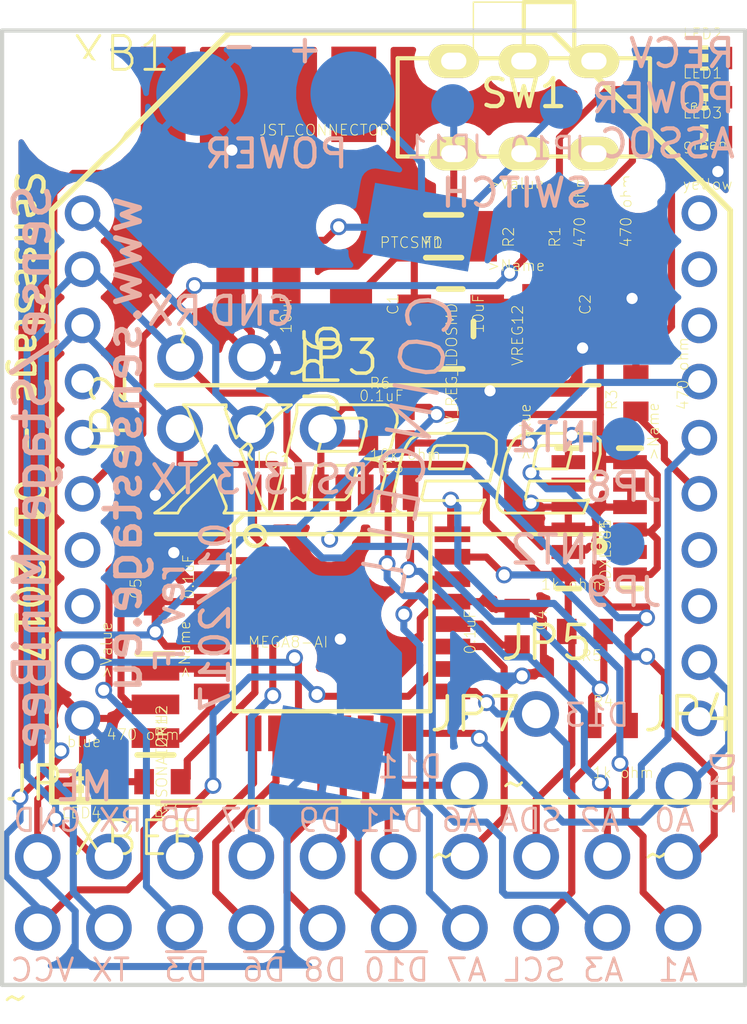
<source format=kicad_pcb>
(kicad_pcb (version 4) (host pcbnew 4.0.2+dfsg1-stable)
  (layers (0 Top signal) (31 Bottom signal) (34 B.Paste user) (35 F.Paste user) (36 B.SilkS user) (37 F.SilkS user) (38 B.Mask user) (39 F.Mask user) (44 Edge.Cuts user))
  (net 0 "")
  (net 1 GND)
  (net 2 VCC)
  (net 3 /V_IN)
  (net 4 /DIO3)
  (net 5 /RST)
  (net 6 /N$9)
  (net 7 /N$4)
  (net 8 /N$8)
  (net 9 /D3)
  (net 10 /D4)
  (net 11 /N$1)
  (net 12 /N$2)
  (net 13 /D5)
  (net 14 /D6)
  (net 15 /D7)
  (net 16 /D8)
  (net 17 /D9)
  (net 18 /D10)
  (net 19 /D11)
  (net 20 /A6)
  (net 21 /A7)
  (net 22 /A0)
  (net 23 /A1)
  (net 24 /A2)
  (net 25 /A3)
  (net 26 /SDA)
  (net 27 /SCL)
  (net 28 /RX)
  (net 29 /TX)
  (net 30 /N$3)
  (net 31 /PWM0)
  (net 32 /N$6)
  (net 33 /ASSOC)
  (net 34 /N$7)
  (net 35 /N$10)
  (net 36 "Net-(JP9-Pad1)")
  (net 37 "Net-(JP8-Pad1)")
  (net 38 "Net-(VREG12-Pad4)")
  (net 39 "Net-(XB1-Pad4)")
  (net 40 "Net-(XB1-Pad5)")
  (net 41 "Net-(XB1-Pad11)")
  (net 42 "Net-(XB1-Pad13)")
  (net 43 "Net-(XB1-Pad14)")
  (net 44 "Net-(XB1-Pad18)")
  (net 45 "Net-(XB1-Pad19)")
  (net 46 "Net-(XB1-Pad20)")
  (net 47 /N$5)
  (net 48 /RTS)
  (net 49 "Net-(SW1-Pad1)")
  (net 50 /D2)
  (module S2B-PH (layer Top) (at 144.3951 91.7776)
    (fp_text reference JST_CONNECTOR12 hide)
    (fp_text value JST_CONNECTOR (at 0 0) (layer F.SilkS) (effects (font (size 0.38608 0.38608) (thickness 0.030886)) (justify left bottom)))
    (pad 1 smd rect (at -1 3.7) (size 1 4.6) (layers Top F.Paste F.Mask) (net 1 GND))
    (pad 2 smd rect (at 1 3.7) (size 1 4.6) (layers Top F.Paste F.Mask) (net 7 /N$4))
    (pad NC1 smd rect (at -3.4 -1.5 90) (size 3.4 1.6) (layers Top F.Paste F.Mask))
    (pad NC2 smd rect (at 3.4 -1.5 90) (size 3.4 1.6) (layers Top F.Paste F.Mask))
  )
  (module "" (layer Top) (at 138.0451 90.8036)
    (fp_text reference @HOLE0 hide)
    (fp_text value "" (at 0 0) (layer F.SilkS))
    (pad "" np_thru_hole circle (at 0 0) (size 3.6 3.6) (drill 3.6) (layers *.Cu))
  )
  (module TQFP32-08 (layer Top) (at 147.0211 108.7496)
    (fp_text reference IC1 (at -2.7686 -5.08) (layer F.SilkS) (effects (font (size 0.57912 0.57912) (thickness 0.046329)) (justify left bottom)))
    (fp_text value MEGA8-AI (at -3.0226 1.27) (layer F.SilkS) (effects (font (size 0.38608 0.38608) (thickness 0.030886)) (justify left bottom)))
    (pad 1 smd rect (at -4.2926 -2.8) (size 1.27 0.5588) (layers Top F.Paste F.Mask) (net 9 /D3))
    (pad 2 smd rect (at -4.2926 -2) (size 1.27 0.5588) (layers Top F.Paste F.Mask) (net 10 /D4))
    (pad 3 smd rect (at -4.2926 -1.2) (size 1.27 0.5588) (layers Top F.Paste F.Mask) (net 1 GND))
    (pad 4 smd rect (at -4.2926 -0.4) (size 1.27 0.5588) (layers Top F.Paste F.Mask) (net 2 VCC))
    (pad 5 smd rect (at -4.2926 0.4) (size 1.27 0.5588) (layers Top F.Paste F.Mask) (net 1 GND))
    (pad 6 smd rect (at -4.2926 1.2) (size 1.27 0.5588) (layers Top F.Paste F.Mask) (net 2 VCC))
    (pad 7 smd rect (at -4.2926 2) (size 1.27 0.5588) (layers Top F.Paste F.Mask) (net 11 /N$1))
    (pad 8 smd rect (at -4.2926 2.8) (size 1.27 0.5588) (layers Top F.Paste F.Mask) (net 12 /N$2))
    (pad 9 smd rect (at -2.8 4.2926) (size 0.5588 1.27) (layers Top F.Paste F.Mask) (net 13 /D5))
    (pad 10 smd rect (at -2 4.2926) (size 0.5588 1.27) (layers Top F.Paste F.Mask) (net 14 /D6))
    (pad 11 smd rect (at -1.2 4.2926) (size 0.5588 1.27) (layers Top F.Paste F.Mask) (net 15 /D7))
    (pad 12 smd rect (at -0.4 4.2926) (size 0.5588 1.27) (layers Top F.Paste F.Mask) (net 16 /D8))
    (pad 13 smd rect (at 0.4 4.2926) (size 0.5588 1.27) (layers Top F.Paste F.Mask) (net 17 /D9))
    (pad 14 smd rect (at 1.2 4.2926) (size 0.5588 1.27) (layers Top F.Paste F.Mask) (net 18 /D10))
    (pad 15 smd rect (at 2 4.2926) (size 0.5588 1.27) (layers Top F.Paste F.Mask) (net 19 /D11))
    (pad 16 smd rect (at 2.8 4.2926) (size 0.5588 1.27) (layers Top F.Paste F.Mask) (net 47 /N$5))
    (pad 17 smd rect (at 4.2926 2.8) (size 1.27 0.5588) (layers Top F.Paste F.Mask) (net 48 /RTS))
    (pad 18 smd rect (at 4.2926 2) (size 1.27 0.5588) (layers Top F.Paste F.Mask) (net 2 VCC))
    (pad 19 smd rect (at 4.2926 1.2) (size 1.27 0.5588) (layers Top F.Paste F.Mask) (net 20 /A6))
    (pad 20 smd rect (at 4.2926 0.4) (size 1.27 0.5588) (layers Top F.Paste F.Mask) (net 6 /N$9))
    (pad 21 smd rect (at 4.2926 -0.4) (size 1.27 0.5588) (layers Top F.Paste F.Mask) (net 1 GND))
    (pad 22 smd rect (at 4.2926 -1.2) (size 1.27 0.5588) (layers Top F.Paste F.Mask) (net 21 /A7))
    (pad 23 smd rect (at 4.2926 -2) (size 1.27 0.5588) (layers Top F.Paste F.Mask) (net 22 /A0))
    (pad 24 smd rect (at 4.2926 -2.8) (size 1.27 0.5588) (layers Top F.Paste F.Mask) (net 23 /A1))
    (pad 25 smd rect (at 2.8 -4.2926) (size 0.5588 1.27) (layers Top F.Paste F.Mask) (net 24 /A2))
    (pad 26 smd rect (at 2 -4.2926) (size 0.5588 1.27) (layers Top F.Paste F.Mask) (net 25 /A3))
    (pad 27 smd rect (at 1.2 -4.2926) (size 0.5588 1.27) (layers Top F.Paste F.Mask) (net 26 /SDA))
    (pad 28 smd rect (at 0.4 -4.2926) (size 0.5588 1.27) (layers Top F.Paste F.Mask) (net 27 /SCL))
    (pad 29 smd rect (at -0.4 -4.2926) (size 0.5588 1.27) (layers Top F.Paste F.Mask) (net 5 /RST))
    (pad 30 smd rect (at -1.2 -4.2926) (size 0.5588 1.27) (layers Top F.Paste F.Mask) (net 28 /RX))
    (pad 31 smd rect (at -2 -4.2926) (size 0.5588 1.27) (layers Top F.Paste F.Mask) (net 29 /TX))
    (pad 32 smd rect (at -2.8 -4.2926) (size 0.5588 1.27) (layers Top F.Paste F.Mask) (net 50 /D2))
  )
  (module XBEE (layer Top) (at 149.1211 103.5096)
    (fp_text reference XB1 (at -11.43 -13.97) (layer F.SilkS) (effects (font (size 1.2065 1.2065) (thickness 0.1016)) (justify left bottom)))
    (fp_text value XBEE (at -11.43 13.97) (layer F.SilkS) (effects (font (size 1.2065 1.2065) (thickness 0.1016)) (justify left bottom)))
    (pad 1 thru_hole circle (at -11 -9) (size 1.27 1.27) (drill 0.8) (layers *.Cu *.Mask) (net 2 VCC))
    (pad 2 thru_hole circle (at -11 -7) (size 1.27 1.27) (drill 0.8) (layers *.Cu *.Mask) (net 28 /RX))
    (pad 3 thru_hole circle (at -11 -5) (size 1.27 1.27) (drill 0.8) (layers *.Cu *.Mask) (net 29 /TX))
    (pad 4 thru_hole circle (at -11 -3) (size 1.27 1.27) (drill 0.8) (layers *.Cu *.Mask) (net 39 "Net-(XB1-Pad4)"))
    (pad 5 thru_hole circle (at -11 -1) (size 1.27 1.27) (drill 0.8) (layers *.Cu *.Mask) (net 40 "Net-(XB1-Pad5)"))
    (pad 6 thru_hole circle (at -11 1) (size 1.27 1.27) (drill 0.8) (layers *.Cu *.Mask) (net 31 /PWM0))
    (pad 7 thru_hole circle (at -11 3) (size 1.27 1.27) (drill 0.8) (layers *.Cu *.Mask))
    (pad 8 thru_hole circle (at -11 5) (size 1.27 1.27) (drill 0.8) (layers *.Cu *.Mask))
    (pad 9 thru_hole circle (at -11 7) (size 1.27 1.27) (drill 0.8) (layers *.Cu *.Mask) (net 15 /D7))
    (pad 10 thru_hole circle (at -11 9) (size 1.27 1.27) (drill 0.8) (layers *.Cu *.Mask) (net 1 GND))
    (pad 11 thru_hole circle (at 11 9 180) (size 1.27 1.27) (drill 0.8) (layers *.Cu *.Mask) (net 41 "Net-(XB1-Pad11)"))
    (pad 12 thru_hole circle (at 11 7 180) (size 1.27 1.27) (drill 0.8) (layers *.Cu *.Mask) (net 47 /N$5))
    (pad 13 thru_hole circle (at 11 5 180) (size 1.27 1.27) (drill 0.8) (layers *.Cu *.Mask) (net 42 "Net-(XB1-Pad13)"))
    (pad 14 thru_hole circle (at 11 3 180) (size 1.27 1.27) (drill 0.8) (layers *.Cu *.Mask) (net 43 "Net-(XB1-Pad14)"))
    (pad 15 thru_hole circle (at 11 1 180) (size 1.27 1.27) (drill 0.8) (layers *.Cu *.Mask) (net 33 /ASSOC))
    (pad 16 thru_hole circle (at 11 -1 180) (size 1.27 1.27) (drill 0.8) (layers *.Cu *.Mask) (net 48 /RTS))
    (pad 17 thru_hole circle (at 11 -3 180) (size 1.27 1.27) (drill 0.8) (layers *.Cu *.Mask) (net 4 /DIO3))
    (pad 18 thru_hole circle (at 11 -5 180) (size 1.27 1.27) (drill 0.8) (layers *.Cu *.Mask) (net 44 "Net-(XB1-Pad18)"))
    (pad 19 thru_hole circle (at 11 -7 180) (size 1.27 1.27) (drill 0.8) (layers *.Cu *.Mask) (net 45 "Net-(XB1-Pad19)"))
    (pad 20 thru_hole circle (at 11 -9 180) (size 1.27 1.27) (drill 0.8) (layers *.Cu *.Mask) (net 46 "Net-(XB1-Pad20)"))
  )
  (module SOT23-5 (layer Top) (at 151.2531 98.6356 270)
    (fp_text reference VREG12 (at -0.889 -2.159 450) (layer F.SilkS) (effects (font (size 0.38608 0.38608) (thickness 0.030886)) (justify right top)))
    (fp_text value V_REG_LDOSMD (at -0.9525 0.1905 450) (layer F.SilkS) (effects (font (size 0.38608 0.38608) (thickness 0.030886)) (justify right top)))
    (pad 1 smd rect (at -0.95 1.3001 270) (size 0.55 1.2) (layers Top F.Paste F.Mask) (net 3 /V_IN))
    (pad 2 smd rect (at 0 1.3001 270) (size 0.55 1.2) (layers Top F.Paste F.Mask) (net 1 GND))
    (pad 3 smd rect (at 0.95 1.3001 270) (size 0.55 1.2) (layers Top F.Paste F.Mask) (net 3 /V_IN))
    (pad 4 smd rect (at 0.95 -1.3001 270) (size 0.55 1.2) (layers Top F.Paste F.Mask) (net 38 "Net-(VREG12-Pad4)"))
    (pad 5 smd rect (at -0.95 -1.3001 270) (size 0.55 1.2) (layers Top F.Paste F.Mask) (net 2 VCC))
  )
  (module C0402K (layer Top) (at 140.6751 107.7816 90)
    (fp_text reference C5 (at -0.5 -0.425 90) (layer F.SilkS) (effects (font (size 0.38608 0.38608) (thickness 0.030886)) (justify left bottom)))
    (fp_text value 0.1uF (at -0.5 1.45 90) (layer F.SilkS) (effects (font (size 0.38608 0.38608) (thickness 0.030886)) (justify left bottom)))
    (pad 1 smd rect (at -0.6 0 90) (size 0.925 0.74) (layers Top F.Paste F.Mask) (net 2 VCC))
    (pad 2 smd rect (at 0.6 0 90) (size 0.925 0.74) (layers Top F.Paste F.Mask) (net 1 GND))
  )
  (module R0402 (layer Top) (at 148.9671 101.4296)
    (fp_text reference R6 (at -0.635 -0.635) (layer F.SilkS) (effects (font (size 0.38608 0.38608) (thickness 0.030886)) (justify left bottom)))
    (fp_text value "10k ohm" (at -0.635 1.905) (layer F.SilkS) (effects (font (size 0.38608 0.38608) (thickness 0.030886)) (justify left bottom)))
    (pad 1 smd rect (at -0.65 0) (size 0.7 0.9) (layers Top F.Paste F.Mask) (net 5 /RST))
    (pad 2 smd rect (at 0.65 0) (size 0.7 0.9) (layers Top F.Paste F.Mask) (net 2 VCC))
  )
  (module CHIP-LED0603 (layer Top) (at 160.1431 88.9836 270)
    (fp_text reference LED2 (at -0.635 0.635 360) (layer F.SilkS) (effects (font (size 0.38608 0.38608) (thickness 0.030886)) (justify left bottom)))
    (fp_text value red (at 1.905 0.635 360) (layer F.SilkS) (effects (font (size 0.38608 0.38608) (thickness 0.030886)) (justify left bottom)))
    (pad C smd rect (at 0 -0.75 270) (size 0.8 0.8) (layers Top F.Paste F.Mask) (net 1 GND))
    (pad A smd rect (at 0 0.75 270) (size 0.8 0.8) (layers Top F.Paste F.Mask) (net 32 /N$6))
  )
  (module R0402 (layer Top) (at 154.178 95.123 90)
    (fp_text reference R2 (at -0.635 -0.635 90) (layer F.SilkS) (effects (font (size 0.38608 0.38608) (thickness 0.030886)) (justify left bottom)))
    (fp_text value "470 ohm" (at -0.635 1.905 90) (layer F.SilkS) (effects (font (size 0.38608 0.38608) (thickness 0.030886)) (justify left bottom)))
    (pad 1 smd rect (at -0.65 0 90) (size 0.7 0.9) (layers Top F.Paste F.Mask) (net 31 /PWM0))
    (pad 2 smd rect (at 0.65 0 90) (size 0.7 0.9) (layers Top F.Paste F.Mask) (net 32 /N$6))
  )
  (module CHIP-LED0603 (layer Top) (at 160.1431 91.803 270)
    (fp_text reference LED3 (at -0.635 0.635 360) (layer F.SilkS) (effects (font (size 0.38608 0.38608) (thickness 0.030886)) (justify left bottom)))
    (fp_text value yellow (at 1.905 0.635 360) (layer F.SilkS) (effects (font (size 0.38608 0.38608) (thickness 0.030886)) (justify left bottom)))
    (pad C smd rect (at 0 -0.75 270) (size 0.8 0.8) (layers Top F.Paste F.Mask) (net 1 GND))
    (pad A smd rect (at 0 0.75 270) (size 0.8 0.8) (layers Top F.Paste F.Mask) (net 34 /N$7))
  )
  (module R0402 (layer Top) (at 157.8571 100.9216 90)
    (fp_text reference R3 (at -0.635 -0.635 90) (layer F.SilkS) (effects (font (size 0.38608 0.38608) (thickness 0.030886)) (justify left bottom)))
    (fp_text value "470 ohm" (at -0.635 1.905 90) (layer F.SilkS) (effects (font (size 0.38608 0.38608) (thickness 0.030886)) (justify left bottom)))
    (pad 1 smd rect (at -0.65 0 90) (size 0.7 0.9) (layers Top F.Paste F.Mask) (net 33 /ASSOC))
    (pad 2 smd rect (at 0.65 0 90) (size 0.7 0.9) (layers Top F.Paste F.Mask) (net 34 /N$7))
  )
  (module C0805 (layer Top) (at 147.6971 98.6356 270)
    (fp_text reference C1 (at -1.27 -1.27 450) (layer F.SilkS) (effects (font (size 0.38608 0.38608) (thickness 0.030886)) (justify right top)))
    (fp_text value 10uF (at -1.27 2.54 450) (layer F.SilkS) (effects (font (size 0.38608 0.38608) (thickness 0.030886)) (justify right top)))
    (pad 1 smd rect (at -0.95 0 270) (size 1.3 1.5) (layers Top F.Paste F.Mask) (net 3 /V_IN))
    (pad 2 smd rect (at 0.95 0 270) (size 1.3 1.5) (layers Top F.Paste F.Mask) (net 1 GND))
  )
  (module C0805 (layer Top) (at 154.5551 98.6356 270)
    (fp_text reference C2 (at -1.27 -1.27 450) (layer F.SilkS) (effects (font (size 0.38608 0.38608) (thickness 0.030886)) (justify right top)))
    (fp_text value 10uF (at -1.27 2.54 450) (layer F.SilkS) (effects (font (size 0.38608 0.38608) (thickness 0.030886)) (justify right top)))
    (pad 1 smd rect (at -0.95 0 270) (size 1.3 1.5) (layers Top F.Paste F.Mask) (net 2 VCC))
    (pad 2 smd rect (at 0.95 0 270) (size 1.3 1.5) (layers Top F.Paste F.Mask) (net 1 GND))
  )
  (module C0402 (layer Top) (at 148.9671 102.6996 180)
    (fp_text reference C3 (at -0.635 -0.635 360) (layer F.SilkS) (effects (font (size 0.38608 0.38608) (thickness 0.030886)) (justify right top)))
    (fp_text value 0.1uF (at -0.635 1.905 360) (layer F.SilkS) (effects (font (size 0.38608 0.38608) (thickness 0.030886)) (justify right top)))
    (pad 1 smd rect (at -0.65 0 180) (size 0.7 0.9) (layers Top F.Paste F.Mask) (net 4 /DIO3))
    (pad 2 smd rect (at 0.65 0 180) (size 0.7 0.9) (layers Top F.Paste F.Mask) (net 5 /RST))
  )
  (module PTC-1206 (layer Top) (at 150.9991 95.3336 180)
    (fp_text reference F1 (at 0 0 360) (layer F.SilkS) (effects (font (size 0.38608 0.38608) (thickness 0.030886)) (justify right top)))
    (fp_text value PTCSMD (at 0 0 360) (layer F.SilkS) (effects (font (size 0.38608 0.38608) (thickness 0.030886)) (justify right top)))
    (fp_text user >Name (at -1.524 -1.27 180) (layer F.SilkS) (effects (font (size 0.38608 0.38608) (thickness 0.032512)) (justify left bottom)))
    (fp_text user >Value (at -1.524 1.651 180) (layer F.SilkS) (effects (font (size 0.38608 0.38608) (thickness 0.032512)) (justify left bottom)))
    (pad 1 smd rect (at -1.4 0 180) (size 1 1.8) (layers Top F.Paste F.Mask) (net 8 /N$8))
    (pad 2 smd rect (at 1.4 0 180) (size 1 1.8) (layers Top F.Paste F.Mask) (net 3 /V_IN))
  )
  (module CHIP-LED0603 (layer Top) (at 160.1431 90.3806 270)
    (fp_text reference LED1 (at -0.635 0.635 360) (layer F.SilkS) (effects (font (size 0.38608 0.38608) (thickness 0.030886)) (justify left bottom)))
    (fp_text value green (at 1.905 0.635 360) (layer F.SilkS) (effects (font (size 0.38608 0.38608) (thickness 0.030886)) (justify left bottom)))
    (pad C smd rect (at 0 -0.75 270) (size 0.8 0.8) (layers Top F.Paste F.Mask) (net 1 GND))
    (pad A smd rect (at 0 0.75 270) (size 0.8 0.8) (layers Top F.Paste F.Mask) (net 30 /N$3))
  )
  (module R0402 (layer Top) (at 155.829 95.123 90)
    (fp_text reference R1 (at -0.635 -0.635 90) (layer F.SilkS) (effects (font (size 0.38608 0.38608) (thickness 0.030886)) (justify left bottom)))
    (fp_text value "470 ohm" (at -0.635 1.905 90) (layer F.SilkS) (effects (font (size 0.38608 0.38608) (thickness 0.030886)) (justify left bottom)))
    (pad 1 smd rect (at -0.65 0 90) (size 0.7 0.9) (layers Top F.Paste F.Mask) (net 2 VCC))
    (pad 2 smd rect (at 0.65 0 90) (size 0.7 0.9) (layers Top F.Paste F.Mask) (net 30 /N$3))
  )
  (module C0402 (layer Top) (at 153.6211 109.2496 270)
    (fp_text reference C4 (at -0.635 -0.635 450) (layer F.SilkS) (effects (font (size 0.38608 0.38608) (thickness 0.030886)) (justify right top)))
    (fp_text value 0.1uF (at -0.635 1.905 450) (layer F.SilkS) (effects (font (size 0.38608 0.38608) (thickness 0.030886)) (justify right top)))
    (pad 1 smd rect (at -0.65 0 270) (size 0.7 0.9) (layers Top F.Paste F.Mask) (net 1 GND))
    (pad 2 smd rect (at 0.65 0 270) (size 0.7 0.9) (layers Top F.Paste F.Mask) (net 6 /N$9))
  )
  (module LGA14 (layer Top) (at 156.5481 105.3816 270)
    (fp_text reference U1 (at 0 0 450) (layer F.SilkS) (effects (font (size 0.38608 0.38608) (thickness 0.030886)) (justify right top)))
    (fp_text value ADXL345 (at 0 0 450) (layer F.SilkS) (effects (font (size 0.38608 0.38608) (thickness 0.030886)) (justify right top)))
    (fp_text user >Name (at -2.032 -2.159 270) (layer F.SilkS) (effects (font (size 0.38608 0.38608) (thickness 0.032512)) (justify left bottom)))
    (fp_text user >Value (at -2.032 2.413 270) (layer F.SilkS) (effects (font (size 0.38608 0.38608) (thickness 0.032512)) (justify left bottom)))
    (pad 6 smd rect (at -2 -1.1 90) (size 0.5 1.2) (layers Top F.Paste F.Mask) (net 2 VCC))
    (pad 5 smd rect (at -1.2 -1.1 90) (size 0.5 1.2) (layers Top F.Paste F.Mask) (net 1 GND))
    (pad 4 smd rect (at -0.4 -1.1 90) (size 0.5 1.2) (layers Top F.Paste F.Mask) (net 1 GND))
    (pad 3 smd rect (at 0.4 -1.1 90) (size 0.5 1.2) (layers Top F.Paste F.Mask) (net 2 VCC))
    (pad 2 smd rect (at 1.2 -1.1 90) (size 0.5 1.2) (layers Top F.Paste F.Mask) (net 1 GND))
    (pad 1 smd rect (at 2 -1.1 270) (size 0.5 1.2) (layers Top F.Paste F.Mask) (net 2 VCC))
    (pad 14 smd rect (at 2.1 0) (size 0.5 1.2) (layers Top F.Paste F.Mask) (net 27 /SCL))
    (pad 13 smd rect (at 2 1.1 270) (size 0.5 1.2) (layers Top F.Paste F.Mask) (net 26 /SDA))
    (pad 12 smd rect (at 1.2 1.1 270) (size 0.5 1.2) (layers Top F.Paste F.Mask) (net 1 GND))
    (pad 11 smd rect (at 0.4 1.1 270) (size 0.5 1.2) (layers Top F.Paste F.Mask) (net 1 GND))
    (pad 10 smd rect (at -0.4 1.1 270) (size 0.5 1.2) (layers Top F.Paste F.Mask) (net 1 GND))
    (pad 9 smd rect (at -1.2 1.1 90) (size 0.5 1.2) (layers Top F.Paste F.Mask) (net 36 "Net-(JP9-Pad1)"))
    (pad 8 smd rect (at -2 1.1 90) (size 0.5 1.2) (layers Top F.Paste F.Mask) (net 37 "Net-(JP8-Pad1)"))
    (pad 7 smd rect (at -2.1 0 180) (size 0.5 1.2) (layers Top F.Paste F.Mask) (net 2 VCC))
  )
  (module R0402 (layer Top) (at 156.9291 112.7626)
    (fp_text reference R4 (at -0.635 -0.635) (layer F.SilkS) (effects (font (size 0.38608 0.38608) (thickness 0.030886)) (justify left bottom)))
    (fp_text value "1k ohm" (at -0.635 1.905) (layer F.SilkS) (effects (font (size 0.38608 0.38608) (thickness 0.030886)) (justify left bottom)))
    (pad 1 smd rect (at -0.65 0) (size 0.7 0.9) (layers Top F.Paste F.Mask) (net 2 VCC))
    (pad 2 smd rect (at 0.65 0) (size 0.7 0.9) (layers Top F.Paste F.Mask) (net 27 /SCL))
  )
  (module R0402 (layer Top) (at 156.0401 109.4116 180)
    (fp_text reference R5 (at -0.635 -0.635 360) (layer F.SilkS) (effects (font (size 0.38608 0.38608) (thickness 0.030886)) (justify right top)))
    (fp_text value "1k ohm" (at -0.635 1.905 360) (layer F.SilkS) (effects (font (size 0.38608 0.38608) (thickness 0.030886)) (justify right top)))
    (pad 1 smd rect (at -0.65 0 180) (size 0.7 0.9) (layers Top F.Paste F.Mask) (net 2 VCC))
    (pad 2 smd rect (at 0.65 0 180) (size 0.7 0.9) (layers Top F.Paste F.Mask) (net 26 /SDA))
  )
  (module RESONATOR-SMD (layer Top) (at 140.7211 112.0116 270)
    (fp_text reference RESONATOR12 (at 0 0 450) (layer F.SilkS) (effects (font (size 0.38608 0.38608) (thickness 0.030886)) (justify right top)))
    (fp_text value 12MHz (at 0 0 450) (layer F.SilkS) (effects (font (size 0.38608 0.38608) (thickness 0.030886)) (justify right top)))
    (fp_text user >Name (at -0.889 -1.27 270) (layer F.SilkS) (effects (font (size 0.38608 0.38608) (thickness 0.032512)) (justify left bottom)))
    (fp_text user >Value (at -0.889 1.524 270) (layer F.SilkS) (effects (font (size 0.38608 0.38608) (thickness 0.032512)) (justify left bottom)))
    (pad 1 smd rect (at -1.2 0 270) (size 0.7 1.7) (layers Top F.Paste F.Mask) (net 11 /N$1))
    (pad 2 smd rect (at 0 0 270) (size 0.7 1.7) (layers Top F.Paste F.Mask) (net 1 GND))
    (pad 3 smd rect (at 1.2 0 270) (size 0.7 1.7) (layers Top F.Paste F.Mask) (net 12 /N$2))
  )
  (module KEYSTONE_BATTERY_HOLDER (layer Bottom) (at 148.8911 102.4896 80)
    (fp_text reference COINCELL12 hide)
    (fp_text value COINCELL (at -0.040821 0.862085 80) (layer B.SilkS) (effects (justify mirror)))
    (pad - smd rect (at -11.303 0 80) (size 2.54 3.81) (layers Bottom B.Paste B.Mask) (net 1 GND))
    (pad + smd rect (at 7.5946 0 80) (size 2.54 3.81) (layers Bottom B.Paste B.Mask) (net 7 /N$4))
    (pad "" np_thru_hole circle (at 10.3886 7.366 80) (size 0.9144 0.9144) (drill 0.9144) (layers *.Cu))
    (pad "" np_thru_hole circle (at -10.3886 7.366 80) (size 0.9144 0.9144) (drill 0.9144) (layers *.Cu))
  )
  (module 2X10 (layer Top) (at 147.9511 118.7016)
    (fp_text reference JP1 (at -12.7 -3.175) (layer F.SilkS) (effects (font (size 1.2065 1.2065) (thickness 0.127)) (justify left bottom)))
    (fp_text value ~ (at -12.7 4.445) (layer F.SilkS) (effects (font (size 1.2065 1.2065) (thickness 0.09652)) (justify left bottom)))
    (pad 1 thru_hole circle (at -11.43 1.27) (size 1.6256 1.6256) (drill 1.016) (layers *.Cu *.Mask) (net 2 VCC))
    (pad 2 thru_hole circle (at -11.43 -1.27) (size 1.6256 1.6256) (drill 1.016) (layers *.Cu *.Mask) (net 1 GND))
    (pad 3 thru_hole circle (at -8.89 1.27) (size 1.6256 1.6256) (drill 1.016) (layers *.Cu *.Mask) (net 29 /TX))
    (pad 4 thru_hole circle (at -8.89 -1.27) (size 1.6256 1.6256) (drill 1.016) (layers *.Cu *.Mask) (net 28 /RX))
    (pad 5 thru_hole circle (at -6.35 1.27) (size 1.6256 1.6256) (drill 1.016) (layers *.Cu *.Mask) (net 9 /D3))
    (pad 6 thru_hole circle (at -6.35 -1.27) (size 1.6256 1.6256) (drill 1.016) (layers *.Cu *.Mask) (net 13 /D5))
    (pad 7 thru_hole circle (at -3.81 1.27) (size 1.6256 1.6256) (drill 1.016) (layers *.Cu *.Mask) (net 14 /D6))
    (pad 8 thru_hole circle (at -3.81 -1.27) (size 1.6256 1.6256) (drill 1.016) (layers *.Cu *.Mask) (net 50 /D2))
    (pad 9 thru_hole circle (at -1.27 1.27) (size 1.6256 1.6256) (drill 1.016) (layers *.Cu *.Mask) (net 16 /D8))
    (pad 10 thru_hole circle (at -1.27 -1.27) (size 1.6256 1.6256) (drill 1.016) (layers *.Cu *.Mask) (net 17 /D9))
    (pad 11 thru_hole circle (at 1.27 1.27) (size 1.6256 1.6256) (drill 1.016) (layers *.Cu *.Mask) (net 18 /D10))
    (pad 12 thru_hole circle (at 1.27 -1.27) (size 1.6256 1.6256) (drill 1.016) (layers *.Cu *.Mask) (net 19 /D11))
    (pad 13 thru_hole circle (at 3.81 1.27) (size 1.6256 1.6256) (drill 1.016) (layers *.Cu *.Mask) (net 21 /A7))
    (pad 14 thru_hole circle (at 3.81 -1.27) (size 1.6256 1.6256) (drill 1.016) (layers *.Cu *.Mask) (net 20 /A6))
    (pad 15 thru_hole circle (at 6.35 1.27) (size 1.6256 1.6256) (drill 1.016) (layers *.Cu *.Mask) (net 27 /SCL))
    (pad 16 thru_hole circle (at 6.35 -1.27) (size 1.6256 1.6256) (drill 1.016) (layers *.Cu *.Mask) (net 26 /SDA))
    (pad 17 thru_hole circle (at 8.89 1.27) (size 1.6256 1.6256) (drill 1.016) (layers *.Cu *.Mask) (net 25 /A3))
    (pad 18 thru_hole circle (at 8.89 -1.27) (size 1.6256 1.6256) (drill 1.016) (layers *.Cu *.Mask) (net 24 /A2))
    (pad 19 thru_hole circle (at 11.43 1.27) (size 1.6256 1.6256) (drill 1.016) (layers *.Cu *.Mask) (net 23 /A1))
    (pad 20 thru_hole circle (at 11.43 -1.27) (size 1.6256 1.6256) (drill 1.016) (layers *.Cu *.Mask) (net 22 /A0))
  )
  (module 1X01 (layer Top) (at 146.6811 102.1916)
    (fp_text reference JP3 (at -1.3462 -1.8288) (layer F.SilkS) (effects (font (size 1.2065 1.2065) (thickness 0.127)) (justify left bottom)))
    (fp_text value ~ (at -1.27 3.175) (layer F.SilkS) (effects (font (size 1.2065 1.2065) (thickness 0.09652)) (justify left bottom)))
    (pad 1 thru_hole circle (at 0 0) (size 1.6256 1.6256) (drill 1.016) (layers *.Cu *.Mask) (net 5 /RST))
  )
  (module 1X02 (layer Top) (at 141.6011 100.9216 90)
    (fp_text reference JP2 (at -2.6162 -1.8288 90) (layer F.SilkS) (effects (font (size 1.2065 1.2065) (thickness 0.127)) (justify left bottom)))
    (fp_text value ~ (at -2.54 3.175 90) (layer F.SilkS) (effects (font (size 1.2065 1.2065) (thickness 0.09652)) (justify left bottom)))
    (pad 1 thru_hole circle (at -1.27 0 180) (size 1.6256 1.6256) (drill 1.016) (layers *.Cu *.Mask) (net 29 /TX))
    (pad 2 thru_hole circle (at 1.27 0 180) (size 1.6256 1.6256) (drill 1.016) (layers *.Cu *.Mask) (net 28 /RX))
  )
  (module 1X01 (layer Top) (at 159.3811 114.8916)
    (fp_text reference JP4 (at -1.3462 -1.8288) (layer F.SilkS) (effects (font (size 1.2065 1.2065) (thickness 0.127)) (justify left bottom)))
    (fp_text value ~ (at -1.27 3.175) (layer F.SilkS) (effects (font (size 1.2065 1.2065) (thickness 0.09652)) (justify left bottom)))
    (pad 1 thru_hole circle (at 0 0) (size 1.6256 1.6256) (drill 1.016) (layers *.Cu *.Mask) (net 47 /N$5))
  )
  (module 1X01 (layer Top) (at 154.3011 112.3516)
    (fp_text reference JP5 (at -1.3462 -1.8288) (layer F.SilkS) (effects (font (size 1.2065 1.2065) (thickness 0.127)) (justify left bottom)))
    (fp_text value ~ (at -1.27 3.175) (layer F.SilkS) (effects (font (size 1.2065 1.2065) (thickness 0.09652)) (justify left bottom)))
    (pad 1 thru_hole circle (at 0 0) (size 1.6256 1.6256) (drill 1.016) (layers *.Cu *.Mask) (net 48 /RTS))
  )
  (module 1X02 (layer Top) (at 144.1411 100.9216 270)
    (fp_text reference JP6 (at -2.6162 -1.8288 270) (layer F.SilkS) (effects (font (size 1.2065 1.2065) (thickness 0.127)) (justify right top)))
    (fp_text value ~ (at -2.54 3.175 450) (layer F.SilkS) (effects (font (size 1.2065 1.2065) (thickness 0.09652)) (justify right top)))
    (pad 1 thru_hole circle (at -1.27 0) (size 1.6256 1.6256) (drill 1.016) (layers *.Cu *.Mask) (net 1 GND))
    (pad 2 thru_hole circle (at 1.27 0) (size 1.6256 1.6256) (drill 1.016) (layers *.Cu *.Mask) (net 2 VCC))
  )
  (module 1X01 (layer Top) (at 151.7611 114.8916)
    (fp_text reference JP7 (at -1.3462 -1.8288) (layer F.SilkS) (effects (font (size 1.2065 1.2065) (thickness 0.127)) (justify left bottom)))
    (fp_text value ~ (at -1.27 3.175) (layer F.SilkS) (effects (font (size 1.2065 1.2065) (thickness 0.09652)) (justify left bottom)))
    (pad 1 thru_hole circle (at 0 0) (size 1.6256 1.6256) (drill 1.016) (layers *.Cu *.Mask) (net 19 /D11))
  )
  (module CHIP-LED0603 (layer Top) (at 138.1721 115.0186 90)
    (fp_text reference LED4 (at -0.635 0.635 360) (layer F.SilkS) (effects (font (size 0.38608 0.38608) (thickness 0.030886)) (justify right top)))
    (fp_text value blue (at 1.905 0.635 360) (layer F.SilkS) (effects (font (size 0.38608 0.38608) (thickness 0.030886)) (justify right top)))
    (pad C smd rect (at 0 -0.75 90) (size 0.8 0.8) (layers Top F.Paste F.Mask) (net 1 GND))
    (pad A smd rect (at 0 0.75 90) (size 0.8 0.8) (layers Top F.Paste F.Mask) (net 35 /N$10))
  )
  (module R0402 (layer Top) (at 140.9661 114.7646 180)
    (fp_text reference R7 (at -0.635 -0.635 360) (layer F.SilkS) (effects (font (size 0.38608 0.38608) (thickness 0.030886)) (justify right top)))
    (fp_text value "470 ohm" (at -0.635 1.905 360) (layer F.SilkS) (effects (font (size 0.38608 0.38608) (thickness 0.030886)) (justify right top)))
    (pad 1 smd rect (at -0.65 0 180) (size 0.7 0.9) (layers Top F.Paste F.Mask) (net 10 /D4))
    (pad 2 smd rect (at 0.65 0 180) (size 0.7 0.9) (layers Top F.Paste F.Mask) (net 35 /N$10))
  )
  (module Measurement_Points:Measurement_Point_Round-SMD-Pad_Small (layer Bottom) (at 155.194 90.7415)
    (fp_text reference JP10 (at -0.381 1.4605) (layer B.SilkS) (effects (font (size 0.8 0.8) (thickness 0.1)) (justify mirror)))
    (fp_text value MYSHIT_PINHD-1X1 hide)
    (pad 1 smd circle (at 0 0) (size 1.524 1.524) (layers Bottom B.Paste B.Mask) (net 7 /N$4))
  )
  (module Measurement_Points:Measurement_Point_Round-SMD-Pad_Small (layer Bottom) (at 151.3205 90.678)
    (fp_text reference JP11 (at -0.1795 1.4815) (layer B.SilkS) (effects (font (size 0.8 0.8) (thickness 0.1)) (justify mirror)))
    (fp_text value MYSHIT_PINHD-1X1 hide)
    (pad 1 smd circle (at 0 0) (size 1.524 1.524) (layers Bottom B.Paste B.Mask) (net 8 /N$8))
  )
  (module Measurement_Points:Measurement_Point_Round-SMD-Pad_Small (layer Bottom) (at 157.4 102.5525)
    (fp_text reference JP8 (at 0.0165 1.7145) (layer B.SilkS) (effects (justify mirror)))
    (fp_text value MYSHIT_PINHD-1X1 hide)
    (pad 1 smd circle (at 0 0) (size 1.524 1.524) (layers Bottom B.Paste B.Mask) (net 37 "Net-(JP8-Pad1)"))
  )
  (module Measurement_Points:Measurement_Point_Round-SMD-Pad_Small (layer Bottom) (at 157.4 106.299)
    (fp_text reference JP9 (at 0.0165 1.7145) (layer B.SilkS) (effects (justify mirror)))
    (fp_text value MYSHIT_PINHD-1X1 hide)
    (pad 1 smd circle (at 0 0) (size 1.524 1.524) (layers Bottom B.Paste B.Mask) (net 36 "Net-(JP9-Pad1)"))
  )
  (module Measurement_Points:Measurement_Point_Round-SMD-Pad_Big (layer Bottom) (at 147.75 90.25)
    (fp_text reference JP12 hide)
    (fp_text value + (at -1.7 -1.604) (layer B.SilkS) (effects (justify mirror)))
    (pad 1 smd circle (at 0 0) (size 2.99974 2.99974) (layers Bottom B.Paste B.Mask) (net 7 /N$4))
  )
  (module Measurement_Points:Measurement_Point_Round-SMD-Pad_Big (layer Bottom) (at 142.25 90.25)
    (fp_text reference JP13 hide)
    (fp_text value - (at 1.4505 -1.731) (layer B.SilkS) (effects (justify mirror)))
    (pad 1 smd circle (at 0 0) (size 2.99974 2.99974) (layers Bottom B.Paste B.Mask) (net 1 GND))
  )
  (module alps:alps_switch (layer Top) (at 153.8605 90.7415 180)
    (fp_text reference SW1 (at 0 0.5 180) (layer F.SilkS))
    (fp_text value Switch_SPDT_x2)
    (pad 1 thru_hole oval (at -2.5 -1.65 180) (size 1.8 1.2) (drill oval 0.9 0.6) (layers *.Cu *.Mask F.SilkS) (net 49 "Net-(SW1-Pad1)"))
    (pad 2 thru_hole oval (at 0 -1.65 180) (size 1.8 1.2) (drill oval 0.9 0.6) (layers *.Cu *.Mask F.SilkS) (net 7 /N$4))
    (pad 3 thru_hole oval (at 2.5 -1.65 180) (size 1.8 1.2) (drill oval 0.9 0.6) (layers *.Cu *.Mask F.SilkS) (net 8 /N$8))
    (pad 4 thru_hole oval (at -2.5 1.65 180) (size 1.8 1.2) (drill oval 0.9 0.6) (layers *.Cu *.Mask F.SilkS))
    (pad 5 thru_hole oval (at 0 1.65 180) (size 1.8 1.2) (drill oval 0.9 0.6) (layers *.Cu *.Mask F.SilkS))
    (pad 6 thru_hole oval (at 2.5 1.65 180) (size 1.8 1.2) (drill oval 0.9 0.6) (layers *.Cu *.Mask F.SilkS))
  )
  (gr_text "rev F\n01/2017" (at 142.0495 108.9025 90) (layer B.SilkS) (effects (font (size 1 1)) (justify mirror)))
  (gr_text www.sensestage.eu (at 139.573 102.743 90) (layer B.SilkS) (effects (font (size 1.25 1.25) (thickness 0.2)) (justify mirror)))
  (gr_text "Sense/Stage MiniBee" (at 136.3345 103.5685 90) (layer B.SilkS) (effects (font (size 1.25 1.25) (thickness 0.2)) (justify mirror)))
  (gr_text POWER (at 145.034 92.3925) (layer B.SilkS) (effects (font (size 1 1)) (justify mirror)))
  (gr_text SWITCH (at 153.6065 93.7895) (layer B.SilkS) (effects (font (size 1 1)) (justify mirror)))
  (gr_text "RECV\nPOWER\nASSOC" (at 161.4805 90.424) (layer B.SilkS) (effects (font (size 1 1)) (justify left mirror)))
  (gr_text ME (at 138.176 114.935) (layer B.SilkS) (effects (font (size 1 1)) (justify mirror)))
  (gr_text D12 (at 160.9725 114.808 90) (layer B.SilkS) (effects (font (size 0.8 0.8) (thickness 0.1)) (justify mirror)))
  (gr_text D13 (at 156.464 112.395) (layer B.SilkS) (effects (font (size 0.8 0.8) (thickness 0.1)) (justify mirror)))
  (gr_text D11 (at 149.7965 114.2365) (layer B.SilkS) (effects (font (size 0.8 0.8) (thickness 0.1)) (justify mirror)))
  (gr_text "A0  A2 SDA A6 ~D11~ ~D9~  D7 ~D5~ RX GND" (at 160.02 116.1415) (layer B.SilkS) (effects (font (size 0.8 0.8) (thickness 0.1)) (justify left mirror)))
  (gr_text "A1  A3 SCL A7 ~D10~ D8 ~D6~  ~D3~  TX VCC" (at 160.147 121.4755) (layer B.SilkS) (effects (font (size 0.8 0.8) (thickness 0.1)) (justify left mirror)))
  (gr_text INT2 (at 155 106.5) (layer B.SilkS) (effects (font (size 1 1)) (justify mirror)))
  (gr_text INT1 (at 155 102.5) (layer B.SilkS) (effects (font (size 1 1)) (justify mirror)))
  (gr_text RST (at 147 104) (layer B.SilkS) (effects (font (size 1 1)) (justify mirror)))
  (gr_text 3v3 (at 144.15 104) (layer B.SilkS) (effects (font (size 1 1)) (justify mirror)))
  (gr_text TX (at 141.4 104) (layer B.SilkS) (effects (font (size 1 1)) (justify mirror)))
  (gr_text RX (at 141.4 98) (layer B.SilkS) (effects (font (size 1 1)) (justify mirror)))
  (gr_text GND (at 144.15 98) (layer B.SilkS) (effects (font (size 1 1)) (justify mirror)))
  (gr_line (start 135.2511 122.0036) (end 161.7511 122.0036) (layer Edge.Cuts) (width 0.15))
  (gr_line (start 161.7511 122.0036) (end 161.7511 88.0036) (layer Edge.Cuts) (width 0.15))
  (gr_line (start 161.7511 88.0036) (end 135.2511 88.0036) (layer Edge.Cuts) (width 0.15))
  (gr_line (start 135.2511 88.0036) (end 135.2511 122.0036) (layer Edge.Cuts) (width 0.15))
  (gr_text "SenseStage - 01/2017" (at 135.6381 92.9106 270) (layer F.SilkS) (effects (font (size 0.9652 0.9652) (thickness 0.1524)) (justify left bottom)))
  (via (at 157.7213 97.5487) (size 0.6) (drill 0.4) (layers Top Bottom) (net 1))
  (segment (start 157.6705 97.0153) (end 157.6705 97.4979) (width 0.25) (layer Top) (net 1))
  (segment (start 157.6705 97.4979) (end 157.7213 97.5487) (width 0.25) (layer Top) (net 1))
  (segment (start 146.928355 113.620882) (end 146.928355 113.180345) (width 0.25) (layer Bottom) (net 1))
  (segment (start 151.3137 108.3496) (end 150.7685 108.3496) (width 0.25) (layer Top) (net 1))
  (segment (start 150.7685 108.3496) (end 150.1648 108.9533) (width 0.25) (layer Top) (net 1))
  (segment (start 147.3161 109.6846) (end 147.3161 111.5695) (width 0.25) (layer Bottom) (net 1))
  (segment (start 147.3161 111.5695) (end 147.3161 113.233137) (width 0.25) (layer Bottom) (net 1))
  (via (at 147.3161 109.6846) (size 0.6) (drill 0.4) (layers Top Bottom) (net 1))
  (segment (start 147.6516 110.0201) (end 147.3161 109.6846) (width 0.25) (layer Top) (net 1))
  (segment (start 149.8219 110.0201) (end 147.6516 110.0201) (width 0.25) (layer Top) (net 1))
  (segment (start 150.1648 109.6772) (end 149.8219 110.0201) (width 0.25) (layer Top) (net 1))
  (segment (start 150.1648 108.9533) (end 150.1648 109.6772) (width 0.25) (layer Top) (net 1))
  (segment (start 140.6751 107.1816) (end 140.7986 107.1816) (width 0.25) (layer Top) (net 1))
  (segment (start 140.7986 107.1816) (end 141.3764 106.6038) (width 0.25) (layer Top) (net 1))
  (via (at 140.716 104.5591) (size 0.6) (drill 0.4) (layers Top Bottom) (net 1))
  (segment (start 140.716 105.9434) (end 140.716 104.5591) (width 0.25) (layer Bottom) (net 1))
  (segment (start 141.3764 106.6038) (end 140.716 105.9434) (width 0.25) (layer Bottom) (net 1))
  (via (at 141.3764 106.6038) (size 0.6) (drill 0.4) (layers Top Bottom) (net 1))
  (segment (start 136.5211 117.4316) (end 136.5211 115.3834) (width 0.25) (layer Top) (net 1))
  (segment (start 136.8859 115.0186) (end 137.4221 115.0186) (width 0.25) (layer Top) (net 1))
  (segment (start 136.5211 115.3834) (end 136.8859 115.0186) (width 0.25) (layer Top) (net 1))
  (segment (start 136.5211 117.4316) (end 136.5211 116.7726) (width 0.25) (layer Top) (net 1))
  (segment (start 138.1211 112.5096) (end 138.1211 114.3196) (width 0.25) (layer Top) (net 1))
  (segment (start 138.1211 114.3196) (end 137.4221 115.0186) (width 0.25) (layer Top) (net 1))
  (segment (start 140.7211 112.0116) (end 139.6389 112.0116) (width 0.25) (layer Top) (net 1))
  (segment (start 139.1409 112.5096) (end 138.1211 112.5096) (width 0.25) (layer Top) (net 1))
  (segment (start 139.6389 112.0116) (end 139.1409 112.5096) (width 0.25) (layer Top) (net 1))
  (segment (start 140.7211 112.0116) (end 139.807902 112.0116) (width 0.25) (layer Top) (net 1))
  (segment (start 140.1509 107.1816) (end 140.6751 107.1816) (width 0.25) (layer Top) (net 1))
  (segment (start 139.492802 107.839698) (end 140.1509 107.1816) (width 0.25) (layer Top) (net 1))
  (segment (start 139.492802 111.6965) (end 139.492802 107.839698) (width 0.25) (layer Top) (net 1))
  (segment (start 139.807902 112.0116) (end 139.492802 111.6965) (width 0.25) (layer Top) (net 1))
  (segment (start 136.5211 117.4316) (end 136.5211 118.039432) (width 0.25) (layer Bottom) (net 1))
  (segment (start 136.5211 118.039432) (end 137.8585 119.376832) (width 0.25) (layer Bottom) (net 1))
  (segment (start 145.415 115.134237) (end 146.928355 113.620882) (width 0.25) (layer Bottom) (net 1))
  (segment (start 145.415 120.65) (end 145.415 115.134237) (width 0.25) (layer Bottom) (net 1))
  (segment (start 144.7165 121.3485) (end 145.415 120.65) (width 0.25) (layer Bottom) (net 1))
  (segment (start 138.43 121.3485) (end 144.7165 121.3485) (width 0.25) (layer Bottom) (net 1))
  (segment (start 137.8585 120.777) (end 138.43 121.3485) (width 0.25) (layer Bottom) (net 1))
  (segment (start 137.8585 119.376832) (end 137.8585 120.777) (width 0.25) (layer Bottom) (net 1))
  (segment (start 153.797 110.998) (end 151.5745 110.998) (width 0.25) (layer Bottom) (net 1))
  (segment (start 154.1926 108.5996) (end 154.559 108.966) (width 0.25) (layer Top) (net 1))
  (segment (start 154.559 108.966) (end 154.559 110.6805) (width 0.25) (layer Top) (net 1))
  (segment (start 154.559 110.6805) (end 154.2415 110.998) (width 0.25) (layer Top) (net 1))
  (segment (start 154.2415 110.998) (end 153.797 110.998) (width 0.25) (layer Top) (net 1))
  (via (at 153.797 110.998) (size 0.6) (drill 0.4) (layers Top Bottom) (net 1))
  (segment (start 153.6211 108.5996) (end 154.1926 108.5996) (width 0.25) (layer Top) (net 1))
  (segment (start 151.257 111.3155) (end 151.257 112.9665) (width 0.25) (layer Bottom) (net 1))
  (segment (start 151.5745 110.998) (end 151.257 111.3155) (width 0.25) (layer Bottom) (net 1))
  (segment (start 143.3951 95.4776) (end 143.3951 92.3169) (width 0.25) (layer Top) (net 1))
  (segment (start 143.4465 92.2655) (end 142.25 91.069) (width 0.25) (layer Bottom) (net 1))
  (via (at 143.4465 92.2655) (size 0.6) (drill 0.4) (layers Top Bottom) (net 1))
  (segment (start 143.3951 92.3169) (end 143.4465 92.2655) (width 0.25) (layer Top) (net 1))
  (segment (start 142.25 91.069) (end 142.25 90.25) (width 0.25) (layer Bottom) (net 1))
  (segment (start 155.4481 104.9816) (end 154.2576 104.9816) (width 0.25) (layer Top) (net 1))
  (segment (start 152.654 103.378) (end 152.654 100.838) (width 0.25) (layer Bottom) (net 1))
  (segment (start 154.1145 104.8385) (end 152.654 103.378) (width 0.25) (layer Bottom) (net 1))
  (via (at 154.1145 104.8385) (size 0.6) (drill 0.4) (layers Top Bottom) (net 1))
  (segment (start 154.2576 104.9816) (end 154.1145 104.8385) (width 0.25) (layer Top) (net 1))
  (segment (start 160.8931 88.9836) (end 160.8931 90.3806) (width 0.25) (layer Top) (net 1))
  (segment (start 160.8931 91.803) (end 160.8931 90.3806) (width 0.25) (layer Top) (net 1))
  (segment (start 154.5551 99.5856) (end 155.6844 99.5856) (width 0.25) (layer Top) (net 1))
  (segment (start 160.8931 92.9164) (end 160.8931 91.803) (width 0.25) (layer Top) (net 1))
  (segment (start 160.782 93.0275) (end 160.8931 92.9164) (width 0.25) (layer Top) (net 1))
  (via (at 160.782 93.0275) (size 0.6) (drill 0.4) (layers Top Bottom) (net 1))
  (segment (start 159.8295 93.0275) (end 160.782 93.0275) (width 0.25) (layer Bottom) (net 1))
  (segment (start 158.75 94.107) (end 159.8295 93.0275) (width 0.25) (layer Bottom) (net 1))
  (segment (start 158.75 96.52) (end 158.75 94.107) (width 0.25) (layer Bottom) (net 1))
  (segment (start 155.956 99.314) (end 157.7213 97.5487) (width 0.25) (layer Bottom) (net 1))
  (segment (start 157.7213 97.5487) (end 158.75 96.52) (width 0.25) (layer Bottom) (net 1))
  (via (at 155.956 99.314) (size 0.6) (drill 0.4) (layers Top Bottom) (net 1))
  (segment (start 155.6844 99.5856) (end 155.956 99.314) (width 0.25) (layer Top) (net 1))
  (segment (start 138.1211 112.5096) (end 138.1211 112.4036) (width 0.25) (layer Top) (net 1))
  (segment (start 138.1211 112.4036) (end 137.0965 111.379) (width 0.25) (layer Top) (net 1))
  (segment (start 141.605 92.583) (end 143.3951 94.3731) (width 0.25) (layer Top) (net 1))
  (segment (start 139.7 92.583) (end 141.605 92.583) (width 0.25) (layer Top) (net 1))
  (segment (start 139.192 93.091) (end 139.7 92.583) (width 0.25) (layer Top) (net 1))
  (segment (start 137.795 93.091) (end 139.192 93.091) (width 0.25) (layer Top) (net 1))
  (segment (start 137.0965 93.7895) (end 137.795 93.091) (width 0.25) (layer Top) (net 1))
  (segment (start 137.0965 111.379) (end 137.0965 93.7895) (width 0.25) (layer Top) (net 1))
  (segment (start 143.3951 94.3731) (end 143.3951 95.4776) (width 0.25) (layer Top) (net 1))
  (segment (start 146.928355 113.620882) (end 145.713118 113.620882) (width 0.25) (layer Bottom) (net 1))
  (segment (start 136.5211 118.1061) (end 136.5211 117.4316) (width 0.25) (layer Bottom) (net 1))
  (segment (start 147.3161 113.233137) (end 146.928355 113.620882) (width 0.25) (layer Bottom) (net 1))
  (segment (start 140.6751 107.1816) (end 140.3414 107.1816) (width 0.25) (layer Top) (net 1))
  (segment (start 142.7285 107.5496) (end 141.9031 107.5496) (width 0.25) (layer Top) (net 1))
  (segment (start 141.5351 107.1816) (end 140.6751 107.1816) (width 0.25) (layer Top) (net 1))
  (segment (start 141.9031 107.5496) (end 141.5351 107.1816) (width 0.25) (layer Top) (net 1))
  (segment (start 142.7285 107.5496) (end 143.6176 107.5496) (width 0.25) (layer Top) (net 1))
  (segment (start 143.5804 109.1496) (end 142.7285 109.1496) (width 0.25) (layer Top) (net 1))
  (segment (start 143.838298 108.891702) (end 143.5804 109.1496) (width 0.25) (layer Top) (net 1))
  (segment (start 143.838298 107.770298) (end 143.838298 108.891702) (width 0.25) (layer Top) (net 1))
  (segment (start 143.6176 107.5496) (end 143.838298 107.770298) (width 0.25) (layer Top) (net 1))
  (segment (start 153.6211 108.5996) (end 152.7321 108.5996) (width 0.25) (layer Top) (net 1))
  (segment (start 152.4821 108.3496) (end 151.3137 108.3496) (width 0.25) (layer Top) (net 1))
  (segment (start 152.7321 108.5996) (end 152.4821 108.3496) (width 0.25) (layer Top) (net 1))
  (segment (start 144.1411 99.6516) (end 151.4676 99.6516) (width 0.25) (layer Bottom) (net 1))
  (segment (start 151.4676 99.6516) (end 152.654 100.838) (width 0.25) (layer Bottom) (net 1))
  (segment (start 152.654 100.838) (end 152.654 100.457) (width 0.25) (layer Top) (net 1))
  (via (at 152.654 100.838) (size 0.6) (drill 0.4) (layers Top Bottom) (net 1))
  (segment (start 154.5551 99.8259) (end 153.924 100.457) (width 0.25) (layer Top) (net 1))
  (segment (start 153.924 100.457) (end 152.654 100.457) (width 0.25) (layer Top) (net 1))
  (segment (start 148.5685 100.457) (end 147.6971 99.5856) (width 0.25) (layer Top) (net 1))
  (segment (start 152.654 100.457) (end 148.5685 100.457) (width 0.25) (layer Top) (net 1))
  (segment (start 149.953 98.6356) (end 149.2049 98.6356) (width 0.25) (layer Top) (net 1))
  (segment (start 149.2049 98.6356) (end 148.2549 99.5856) (width 0.25) (layer Top) (net 1))
  (segment (start 148.2549 99.5856) (end 147.6971 99.5856) (width 0.25) (layer Top) (net 1))
  (segment (start 144.1411 99.6516) (end 147.6311 99.6516) (width 0.25) (layer Top) (net 1))
  (segment (start 147.6311 99.6516) (end 147.6971 99.5856) (width 0.25) (layer Top) (net 1))
  (segment (start 144.1411 99.6516) (end 144.1411 98.7386) (width 0.25) (layer Top) (net 1))
  (segment (start 143.3951 97.9926) (end 143.3951 95.4776) (width 0.25) (layer Top) (net 1))
  (segment (start 144.1411 98.7386) (end 143.3951 97.9926) (width 0.25) (layer Top) (net 1))
  (segment (start 155.4481 105.7816) (end 155.4481 104.9816) (width 0.254) (layer Top) (net 1))
  (segment (start 155.4481 106.5816) (end 155.4481 105.7816) (width 0.254) (layer Top) (net 1))
  (segment (start 155.4481 104.9816) (end 157.6481 104.9816) (width 0.254) (layer Top) (net 1))
  (segment (start 157.6481 104.9816) (end 157.6481 104.1816) (width 0.2032) (layer Top) (net 1))
  (segment (start 155.4481 106.5816) (end 155.8801 106.5816) (width 0.254) (layer Top) (net 1))
  (segment (start 155.8801 106.5816) (end 155.9521 106.5096) (width 0.254) (layer Top) (net 1))
  (segment (start 155.9521 106.5096) (end 156.0791 106.5096) (width 0.254) (layer Top) (net 1))
  (segment (start 156.0791 106.5096) (end 156.2061 106.3826) (width 0.254) (layer Top) (net 1))
  (segment (start 156.2061 106.3826) (end 156.9681 106.3826) (width 0.254) (layer Top) (net 1))
  (segment (start 156.9681 106.3826) (end 157.0951 106.5096) (width 0.254) (layer Top) (net 1))
  (segment (start 157.0951 106.5096) (end 157.5761 106.5096) (width 0.254) (layer Top) (net 1))
  (segment (start 157.5761 106.5096) (end 157.6481 106.5816) (width 0.254) (layer Top) (net 1))
  (segment (start 142.7045 107.5256) (end 142.7285 107.5496) (width 0.254) (layer Top) (net 1))
  (segment (start 147.6971 99.5856) (end 148.2711 99.5856) (width 0.254) (layer Top) (net 1))
  (segment (start 149.953 98.6356) (end 149.826 98.7626) (width 0.254) (layer Top) (net 1))
  (segment (start 151.3137 110.7496) (end 150.718 110.7496) (width 0.25) (layer Top) (net 2))
  (segment (start 150.718 110.7496) (end 149.7457 111.7219) (width 0.25) (layer Top) (net 2))
  (segment (start 149.7457 111.7219) (end 146.558 111.7219) (width 0.25) (layer Top) (net 2))
  (segment (start 146.558 111.7219) (end 146.4945 111.6584) (width 0.25) (layer Top) (net 2))
  (segment (start 146.4945 111.6584) (end 146.4818 111.6584) (width 0.25) (layer Top) (net 2))
  (via (at 146.4818 111.6584) (size 0.6) (drill 0.4) (layers Top Bottom) (net 2))
  (segment (start 146.4818 111.6584) (end 145.8595 111.0361) (width 0.25) (layer Bottom) (net 2))
  (segment (start 145.8595 111.0361) (end 144.0815 111.0361) (width 0.25) (layer Bottom) (net 2))
  (segment (start 137.8747 118.618) (end 136.5211 119.9716) (width 0.25) (layer Top) (net 2))
  (segment (start 139.7254 118.618) (end 137.8747 118.618) (width 0.25) (layer Top) (net 2))
  (segment (start 140.3096 118.0338) (end 139.7254 118.618) (width 0.25) (layer Top) (net 2))
  (segment (start 140.3096 116.4971) (end 140.3096 118.0338) (width 0.25) (layer Top) (net 2))
  (segment (start 141.2367 115.57) (end 140.3096 116.4971) (width 0.25) (layer Top) (net 2))
  (segment (start 142.1003 115.57) (end 141.2367 115.57) (width 0.25) (layer Top) (net 2))
  (segment (start 142.7734 114.8969) (end 142.1003 115.57) (width 0.25) (layer Top) (net 2))
  (via (at 142.7734 114.8969) (size 0.6) (drill 0.4) (layers Top Bottom) (net 2))
  (segment (start 142.7734 112.3442) (end 142.7734 114.8969) (width 0.25) (layer Bottom) (net 2))
  (segment (start 144.0815 111.0361) (end 142.7734 112.3442) (width 0.25) (layer Bottom) (net 2))
  (segment (start 140.7121 109.4306) (end 140.7121 109.1766) (width 0.25) (layer Bottom) (net 2))
  (segment (start 140.7121 109.1766) (end 144.1411 105.7476) (width 0.25) (layer Bottom) (net 2))
  (segment (start 148.082 106.3826) (end 147.8333 106.3826) (width 0.25) (layer Bottom) (net 2))
  (segment (start 145.7921 105.9141) (end 145.7921 105.7476) (width 0.25) (layer Bottom) (net 2))
  (segment (start 146.6723 106.7943) (end 145.7921 105.9141) (width 0.25) (layer Bottom) (net 2))
  (segment (start 147.4216 106.7943) (end 146.6723 106.7943) (width 0.25) (layer Bottom) (net 2))
  (segment (start 147.8333 106.3826) (end 147.4216 106.7943) (width 0.25) (layer Bottom) (net 2))
  (segment (start 148.0781 106.3826) (end 148.082 106.3826) (width 0.254) (layer Bottom) (net 2))
  (segment (start 148.082 106.3826) (end 150.1101 106.3826) (width 0.254) (layer Bottom) (net 2))
  (via (at 156.5871 111.4626) (size 0.6) (drill 0.4) (layers Top Bottom) (net 2))
  (segment (start 154.1741 109.0496) (end 156.5871 111.4626) (width 0.254) (layer Bottom) (net 2))
  (segment (start 152.7771 109.0496) (end 154.1741 109.0496) (width 0.254) (layer Bottom) (net 2))
  (segment (start 150.1101 106.3826) (end 152.7771 109.0496) (width 0.254) (layer Bottom) (net 2))
  (segment (start 136.5211 119.9716) (end 136.5211 119.2491) (width 0.25) (layer Bottom) (net 2))
  (segment (start 136.5211 119.2491) (end 135.382 118.11) (width 0.25) (layer Bottom) (net 2))
  (segment (start 135.382 118.11) (end 135.382 116.6495) (width 0.25) (layer Bottom) (net 2))
  (segment (start 135.382 116.6495) (end 135.89 116.1415) (width 0.25) (layer Bottom) (net 2))
  (segment (start 135.89 116.1415) (end 135.89 115.316) (width 0.25) (layer Bottom) (net 2))
  (via (at 135.89 115.316) (size 0.6) (drill 0.4) (layers Top Bottom) (net 2))
  (segment (start 135.89 115.316) (end 137.3505 113.8555) (width 0.25) (layer Top) (net 2))
  (segment (start 137.3505 113.8555) (end 137.3505 113.665) (width 0.25) (layer Top) (net 2))
  (via (at 137.3505 113.665) (size 0.6) (drill 0.4) (layers Top Bottom) (net 2))
  (segment (start 137.3505 113.665) (end 137.077902 113.392402) (width 0.25) (layer Bottom) (net 2))
  (segment (start 137.077902 113.392402) (end 137.077902 109.728) (width 0.25) (layer Bottom) (net 2))
  (segment (start 137.077902 109.728) (end 137.268402 109.5375) (width 0.25) (layer Bottom) (net 2))
  (segment (start 137.268402 109.5375) (end 140.6052 109.5375) (width 0.25) (layer Bottom) (net 2))
  (segment (start 140.6052 109.5375) (end 140.7121 109.4306) (width 0.25) (layer Bottom) (net 2))
  (segment (start 154.5551 97.6856) (end 154.7269 97.6856) (width 0.25) (layer Top) (net 2))
  (segment (start 154.7269 97.6856) (end 155.829 96.5835) (width 0.25) (layer Top) (net 2))
  (segment (start 155.829 96.5835) (end 155.829 95.773) (width 0.25) (layer Top) (net 2))
  (segment (start 142.7285 108.3496) (end 140.7071 108.3496) (width 0.25) (layer Top) (net 2))
  (segment (start 140.7071 108.3496) (end 140.6751 108.3816) (width 0.25) (layer Top) (net 2))
  (segment (start 156.5481 103.2816) (end 157.5481 103.2816) (width 0.254) (layer Top) (net 2))
  (segment (start 157.5481 103.2816) (end 157.6481 103.3816) (width 0.2032) (layer Top) (net 2))
  (segment (start 157.6481 103.3816) (end 157.7481 103.2816) (width 0.2032) (layer Top) (net 2))
  (segment (start 142.6465 108.4316) (end 142.7285 108.3496) (width 0.254) (layer Top) (net 2))
  (segment (start 142.7175 109.9386) (end 142.7285 109.9496) (width 0.254) (layer Top) (net 2))
  (segment (start 154.5551 97.6856) (end 152.5532 97.6856) (width 0.254) (layer Top) (net 2))
  (segment (start 155.7641 97.6856) (end 154.5551 97.6856) (width 0.254) (layer Top) (net 2))
  (segment (start 156.5871 98.5086) (end 155.7641 97.6856) (width 0.254) (layer Top) (net 2))
  (segment (start 156.5871 101.6836) (end 156.5871 103.2426) (width 0.254) (layer Top) (net 2))
  (segment (start 156.5871 101.6836) (end 156.5871 98.5086) (width 0.254) (layer Top) (net 2))
  (segment (start 156.5871 103.2426) (end 156.5481 103.2816) (width 0.254) (layer Top) (net 2))
  (segment (start 140.7121 109.4306) (end 140.7121 108.4686) (width 0.254) (layer Top) (net 2))
  (segment (start 140.7121 108.4686) (end 140.6751 108.3816) (width 0.254) (layer Top) (net 2))
  (segment (start 141.0931 109.9386) (end 142.7175 109.9386) (width 0.254) (layer Top) (net 2))
  (segment (start 140.7121 109.4306) (end 141.0931 109.9386) (width 0.254) (layer Top) (net 2))
  (segment (start 150.7451 101.6836) (end 156.5871 101.6836) (width 0.254) (layer Top) (net 2))
  (segment (start 158.3821 107.3816) (end 157.6481 107.3816) (width 0.254) (layer Top) (net 2))
  (segment (start 158.6191 107.1446) (end 158.3821 107.3816) (width 0.254) (layer Top) (net 2))
  (segment (start 158.6191 106.1286) (end 158.6191 107.1446) (width 0.254) (layer Top) (net 2))
  (segment (start 158.3651 105.8746) (end 158.6191 106.1286) (width 0.254) (layer Top) (net 2))
  (segment (start 158.3651 105.8746) (end 157.7411 105.8746) (width 0.254) (layer Top) (net 2))
  (segment (start 157.7411 105.8746) (end 157.6481 105.7816) (width 0.254) (layer Top) (net 2))
  (segment (start 157.6481 103.3816) (end 158.1581 103.3816) (width 0.254) (layer Top) (net 2))
  (segment (start 158.1581 103.3816) (end 158.6191 103.8426) (width 0.254) (layer Top) (net 2))
  (segment (start 158.6191 103.8426) (end 158.6191 105.6206) (width 0.254) (layer Top) (net 2))
  (segment (start 158.6191 105.6206) (end 158.3651 105.8746) (width 0.254) (layer Top) (net 2))
  (segment (start 145.7921 105.7476) (end 148.4591 103.0806) (width 0.254) (layer Bottom) (net 2))
  (via (at 150.7451 101.6836) (size 0.6) (drill 0.4) (layers Top Bottom) (net 2))
  (segment (start 149.3481 103.0806) (end 150.7451 101.6836) (width 0.254) (layer Bottom) (net 2))
  (segment (start 148.4591 103.0806) (end 149.3481 103.0806) (width 0.254) (layer Bottom) (net 2))
  (segment (start 156.7141 109.4356) (end 156.6901 109.4116) (width 0.254) (layer Top) (net 2))
  (segment (start 145.7921 105.7476) (end 144.1411 105.7476) (width 0.254) (layer Bottom) (net 2))
  (segment (start 150.4911 101.4296) (end 149.6171 101.4296) (width 0.254) (layer Top) (net 2))
  (segment (start 150.7451 101.6836) (end 150.4911 101.4296) (width 0.254) (layer Top) (net 2))
  (segment (start 156.2791 111.7706) (end 156.2791 112.7626) (width 0.254) (layer Top) (net 2))
  (segment (start 156.5871 111.4626) (end 156.2791 111.7706) (width 0.254) (layer Top) (net 2))
  (segment (start 156.7141 111.3356) (end 156.7141 109.4356) (width 0.254) (layer Top) (net 2))
  (segment (start 156.5871 111.4626) (end 156.7141 111.3356) (width 0.254) (layer Top) (net 2))
  (segment (start 144.1411 105.7476) (end 144.1411 102.1916) (width 0.254) (layer Bottom) (net 2))
  (segment (start 144.1411 102.1916) (end 142.8711 100.9216) (width 0.254) (layer Bottom) (net 2))
  (segment (start 142.8711 100.9216) (end 142.8711 99.1436) (width 0.254) (layer Bottom) (net 2))
  (segment (start 142.8711 99.1436) (end 138.2991 94.5716) (width 0.254) (layer Bottom) (net 2))
  (segment (start 138.2991 94.5716) (end 138.0451 94.5716) (width 0.254) (layer Bottom) (net 2))
  (via (at 140.7121 109.4306) (size 0.6) (drill 0.4) (layers Top Bottom) (net 2))
  (segment (start 149.5991 95.7836) (end 149.5991 95.3336) (width 0.254) (layer Top) (net 3))
  (segment (start 147.6971 97.6856) (end 149.5991 95.7836) (width 0.254) (layer Top) (net 3))
  (segment (start 150.6841 99.5856) (end 149.953 99.5856) (width 0.254) (layer Top) (net 3))
  (segment (start 150.9991 99.2706) (end 150.6841 99.5856) (width 0.254) (layer Top) (net 3))
  (segment (start 150.9991 98.0006) (end 150.9991 99.2706) (width 0.254) (layer Top) (net 3))
  (segment (start 150.7451 97.7466) (end 150.9991 98.0006) (width 0.254) (layer Top) (net 3))
  (segment (start 150.014 97.7466) (end 150.7451 97.7466) (width 0.254) (layer Top) (net 3))
  (segment (start 149.953 97.6856) (end 150.014 97.7466) (width 0.254) (layer Top) (net 3))
  (segment (start 149.953 95.6875) (end 149.953 97.6856) (width 0.254) (layer Top) (net 3))
  (segment (start 149.5991 95.3336) (end 149.953 95.6875) (width 0.254) (layer Top) (net 3))
  (segment (start 149.6171 102.6996) (end 154.0471 102.6996) (width 0.254) (layer Top) (net 4))
  (segment (start 154.0471 102.6996) (end 156.2061 100.5406) (width 0.254) (layer Bottom) (net 4))
  (segment (start 156.2061 100.5406) (end 160.0901 100.5406) (width 0.254) (layer Bottom) (net 4))
  (segment (start 160.0901 100.5406) (end 160.1211 100.5096) (width 0.254) (layer Bottom) (net 4))
  (via (at 154.0471 102.6996) (size 0.6) (drill 0.4) (layers Top Bottom) (net 4))
  (segment (start 146.6211 104.457) (end 146.6211 102.2516) (width 0.254) (layer Top) (net 5))
  (segment (start 146.6211 102.2516) (end 146.6811 102.1916) (width 0.254) (layer Top) (net 5))
  (segment (start 147.1891 102.6996) (end 148.3171 102.6996) (width 0.254) (layer Top) (net 5))
  (segment (start 146.6811 102.1916) (end 147.1891 102.6996) (width 0.254) (layer Top) (net 5))
  (segment (start 147.4431 101.4296) (end 148.3171 101.4296) (width 0.254) (layer Top) (net 5))
  (segment (start 146.6811 102.1916) (end 147.4431 101.4296) (width 0.254) (layer Top) (net 5))
  (segment (start 153.6211 109.8996) (end 153.0711 109.8996) (width 0.254) (layer Top) (net 6))
  (segment (start 152.3211 109.1496) (end 151.3137 109.1496) (width 0.254) (layer Top) (net 6))
  (segment (start 153.0711 109.8996) (end 152.3211 109.1496) (width 0.254) (layer Top) (net 6))
  (segment (start 153.8605 92.3915) (end 153.8605 92.075) (width 0.25) (layer Bottom) (net 7))
  (segment (start 153.8605 92.075) (end 155.194 90.7415) (width 0.25) (layer Bottom) (net 7))
  (segment (start 150.209888 95.010379) (end 150.209888 92.709888) (width 0.25) (layer Bottom) (net 7))
  (segment (start 150.209888 92.709888) (end 147.75 90.25) (width 0.25) (layer Bottom) (net 7))
  (segment (start 150.209888 95.010379) (end 151.241621 95.010379) (width 0.25) (layer Bottom) (net 7))
  (segment (start 151.241621 95.010379) (end 153.8605 92.3915) (width 0.25) (layer Bottom) (net 7))
  (segment (start 145.3951 95.4776) (end 146.7749 95.4776) (width 0.25) (layer Top) (net 7))
  (segment (start 147.270879 95.010379) (end 150.209888 95.010379) (width 0.25) (layer Bottom) (net 7))
  (segment (start 147.2565 94.996) (end 147.270879 95.010379) (width 0.25) (layer Bottom) (net 7))
  (via (at 147.2565 94.996) (size 0.6) (drill 0.4) (layers Top Bottom) (net 7))
  (segment (start 146.7749 95.4776) (end 147.2565 94.996) (width 0.25) (layer Top) (net 7))
  (segment (start 150.2791 95.0796) (end 150.7451 95.0796) (width 0.254) (layer Bottom) (net 7))
  (segment (start 150.209891 95.010381) (end 150.2791 95.0796) (width 0.254) (layer Bottom) (net 7))
  (segment (start 151.3605 92.3915) (end 151.3605 90.718) (width 0.25) (layer Bottom) (net 8))
  (segment (start 151.3605 90.718) (end 151.3205 90.678) (width 0.25) (layer Bottom) (net 8))
  (segment (start 151.3605 92.3915) (end 151.3605 91.9715) (width 0.25) (layer Bottom) (net 8))
  (segment (start 151.3605 92.3915) (end 151.3605 94.295) (width 0.25) (layer Top) (net 8))
  (segment (start 151.3605 94.295) (end 152.3991 95.3336) (width 0.25) (layer Top) (net 8))
  (segment (start 141.6011 119.9716) (end 141.6011 119.6936) (width 0.25) (layer Bottom) (net 9))
  (segment (start 141.6011 119.6936) (end 140.3985 118.491) (width 0.25) (layer Bottom) (net 9))
  (segment (start 140.3985 118.491) (end 140.3985 113.03) (width 0.25) (layer Bottom) (net 9))
  (segment (start 140.3985 113.03) (end 138.8745 111.506) (width 0.25) (layer Bottom) (net 9))
  (via (at 138.8745 111.506) (size 0.6) (drill 0.4) (layers Top Bottom) (net 9))
  (segment (start 138.8745 111.506) (end 139.065 111.3155) (width 0.25) (layer Top) (net 9))
  (segment (start 139.065 111.3155) (end 139.065 107.2515) (width 0.25) (layer Top) (net 9))
  (segment (start 139.065 107.2515) (end 140.3669 105.9496) (width 0.25) (layer Top) (net 9))
  (segment (start 140.3669 105.9496) (end 142.7285 105.9496) (width 0.25) (layer Top) (net 9))
  (segment (start 142.6765 106.0016) (end 142.7285 105.9496) (width 0.254) (layer Top) (net 9))
  (segment (start 141.6011 114.8916) (end 141.8551 114.6376) (width 0.254) (layer Top) (net 10))
  (segment (start 141.8551 114.6376) (end 141.8551 114.0026) (width 0.254) (layer Top) (net 10))
  (segment (start 141.8551 114.0026) (end 144.2681 111.5896) (width 0.254) (layer Top) (net 10))
  (segment (start 144.2681 111.5896) (end 144.2681 106.8906) (width 0.254) (layer Top) (net 10))
  (segment (start 144.2681 106.8906) (end 142.8695 106.8906) (width 0.254) (layer Top) (net 10))
  (segment (start 142.8695 106.8906) (end 142.7285 106.7496) (width 0.254) (layer Top) (net 10))
  (segment (start 141.8551 114.6376) (end 141.6011 114.6376) (width 0.254) (layer Top) (net 10))
  (segment (start 141.6011 114.8916) (end 141.6011 114.6376) (width 0.254) (layer Top) (net 10))
  (segment (start 142.7285 110.7496) (end 140.7831 110.7496) (width 0.254) (layer Top) (net 11))
  (segment (start 140.7831 110.7496) (end 140.7211 110.8116) (width 0.254) (layer Top) (net 11))
  (segment (start 142.7285 112.1132) (end 142.7285 111.5496) (width 0.254) (layer Top) (net 12))
  (segment (start 141.6011 113.2406) (end 142.7285 112.1132) (width 0.254) (layer Top) (net 12))
  (segment (start 140.7501 113.2406) (end 141.6011 113.2406) (width 0.254) (layer Top) (net 12))
  (segment (start 140.7211 113.2116) (end 140.7501 113.2406) (width 0.254) (layer Top) (net 12))
  (segment (start 144.2211 114.8116) (end 144.2211 113.0422) (width 0.254) (layer Top) (net 13))
  (segment (start 141.6011 117.4316) (end 144.2211 114.8116) (width 0.254) (layer Top) (net 13))
  (segment (start 145.0211 114.7736) (end 145.0211 113.0422) (width 0.254) (layer Top) (net 14))
  (segment (start 142.8711 116.9236) (end 145.0211 114.7736) (width 0.254) (layer Top) (net 14))
  (segment (start 142.8711 118.7016) (end 142.8711 116.9236) (width 0.254) (layer Top) (net 14))
  (segment (start 144.1411 119.9716) (end 142.8711 118.7016) (width 0.254) (layer Top) (net 14))
  (segment (start 145.8211 113.0422) (end 145.8211 110.4897) (width 0.25) (layer Top) (net 15))
  (segment (start 145.0536 110.5096) (end 138.1211 110.5096) (width 0.25) (layer Bottom) (net 15))
  (segment (start 145.5224 110.5096) (end 145.0536 110.5096) (width 0.25) (layer Bottom) (net 15))
  (segment (start 145.6817 110.3503) (end 145.5224 110.5096) (width 0.25) (layer Bottom) (net 15))
  (via (at 145.6817 110.3503) (size 0.6) (drill 0.4) (layers Top Bottom) (net 15))
  (segment (start 145.8211 110.4897) (end 145.6817 110.3503) (width 0.25) (layer Top) (net 15))
  (segment (start 146.6211 115.7136) (end 146.6211 113.0422) (width 0.254) (layer Top) (net 16))
  (segment (start 145.4111 116.9236) (end 146.6211 115.7136) (width 0.254) (layer Top) (net 16))
  (segment (start 145.4111 118.7016) (end 145.4111 116.9236) (width 0.254) (layer Top) (net 16))
  (segment (start 146.6811 119.9716) (end 145.4111 118.7016) (width 0.254) (layer Top) (net 16))
  (segment (start 147.4211 116.6916) (end 147.4211 113.0422) (width 0.254) (layer Top) (net 17))
  (segment (start 146.6811 117.4316) (end 147.4211 116.6916) (width 0.254) (layer Top) (net 17))
  (segment (start 148.2211 116.3996) (end 148.2211 113.0422) (width 0.254) (layer Top) (net 18))
  (segment (start 147.9511 116.6696) (end 148.2211 116.3996) (width 0.254) (layer Top) (net 18))
  (segment (start 147.9511 118.7016) (end 147.9511 116.6696) (width 0.254) (layer Top) (net 18))
  (segment (start 149.2211 119.9716) (end 147.9511 118.7016) (width 0.254) (layer Top) (net 18))
  (segment (start 151.7611 114.8916) (end 149.5626 114.8916) (width 0.25) (layer Top) (net 19))
  (segment (start 149.5626 114.8916) (end 149.0211 114.3501) (width 0.25) (layer Top) (net 19))
  (segment (start 149.0211 117.2316) (end 149.0211 114.3501) (width 0.254) (layer Top) (net 19))
  (segment (start 149.0211 114.3501) (end 149.0211 113.0422) (width 0.254) (layer Top) (net 19))
  (segment (start 149.2211 117.4316) (end 149.0211 117.2316) (width 0.254) (layer Top) (net 19))
  (segment (start 152.4071 109.9496) (end 151.3137 109.9496) (width 0.254) (layer Top) (net 20))
  (segment (start 153.1581 110.7006) (end 152.4071 109.9496) (width 0.254) (layer Top) (net 20))
  (segment (start 153.1581 116.0346) (end 153.1581 110.7006) (width 0.254) (layer Top) (net 20))
  (segment (start 151.7611 117.4316) (end 153.1581 116.0346) (width 0.254) (layer Top) (net 20))
  (segment (start 151.3137 107.5496) (end 150.6287 107.5496) (width 0.25) (layer Top) (net 21))
  (segment (start 150.4911 118.7016) (end 150.4911 115.9584) (width 0.254) (layer Bottom) (net 21))
  (segment (start 150.4911 115.9584) (end 150.1482 115.6155) (width 0.254) (layer Bottom) (net 21))
  (segment (start 150.1482 115.6155) (end 150.1482 110.6117) (width 0.254) (layer Bottom) (net 21))
  (segment (start 150.4911 118.7016) (end 151.7611 119.9716) (width 0.254) (layer Bottom) (net 21))
  (via (at 149.5806 108.8009) (size 0.6) (drill 0.4) (layers Top Bottom) (net 21))
  (segment (start 149.5806 109.3343) (end 149.5806 108.8009) (width 0.25) (layer Bottom) (net 21))
  (segment (start 150.1482 109.9019) (end 149.5806 109.3343) (width 0.25) (layer Bottom) (net 21))
  (segment (start 150.1482 110.6117) (end 150.1482 109.9019) (width 0.25) (layer Bottom) (net 21))
  (segment (start 149.5806 108.5977) (end 149.5806 108.8009) (width 0.25) (layer Top) (net 21))
  (segment (start 150.6287 107.5496) (end 149.5806 108.5977) (width 0.25) (layer Top) (net 21))
  (segment (start 151.2897 107.5256) (end 151.3137 107.5496) (width 0.254) (layer Top) (net 21))
  (segment (start 158.8731 112.7326) (end 158.8731 110.9306) (width 0.25) (layer Top) (net 22))
  (via (at 158.242 110.2995) (size 0.6) (drill 0.4) (layers Top Bottom) (net 22))
  (segment (start 160.6511 114.5106) (end 158.8731 112.7326) (width 0.254) (layer Top) (net 22))
  (segment (start 160.6511 116.6696) (end 160.6511 114.5106) (width 0.254) (layer Top) (net 22))
  (segment (start 159.8891 117.4316) (end 160.6511 116.6696) (width 0.254) (layer Top) (net 22))
  (segment (start 158.8731 110.9306) (end 158.242 110.2995) (width 0.25) (layer Top) (net 22))
  (segment (start 153.1581 107.3986) (end 152.5231 106.7636) (width 0.254) (layer Top) (net 22))
  (via (at 153.1581 107.3986) (size 0.6) (drill 0.4) (layers Top Bottom) (net 22))
  (segment (start 154.8091 107.3986) (end 153.1581 107.3986) (width 0.254) (layer Bottom) (net 22))
  (segment (start 157.7301 110.3196) (end 154.8091 107.3986) (width 0.254) (layer Bottom) (net 22))
  (segment (start 158.242 110.2995) (end 157.7301 110.3196) (width 0.254) (layer Bottom) (net 22))
  (segment (start 152.5231 106.7636) (end 151.3277 106.7636) (width 0.254) (layer Top) (net 22))
  (segment (start 151.3277 106.7636) (end 151.3137 106.7496) (width 0.254) (layer Top) (net 22))
  (segment (start 159.3811 117.4316) (end 159.8891 117.4316) (width 0.254) (layer Top) (net 22))
  (segment (start 158.242 110.2995) (end 158.115 110.2995) (width 0.254) (layer Bottom) (net 22))
  (segment (start 157.2856 113.8756) (end 157.2856 114.1056) (width 0.25) (layer Bottom) (net 23))
  (via (at 151.2531 104.7316) (size 0.6) (drill 0.4) (layers Top Bottom) (net 23))
  (segment (start 151.2531 105.889) (end 151.2531 104.7316) (width 0.254) (layer Top) (net 23))
  (segment (start 151.5071 104.9856) (end 151.2531 104.7316) (width 0.254) (layer Bottom) (net 23))
  (segment (start 151.5071 107.0176) (end 151.5071 104.9856) (width 0.254) (layer Bottom) (net 23))
  (segment (start 151.5071 107.0176) (end 152.9041 108.4146) (width 0.254) (layer Bottom) (net 23))
  (segment (start 152.9041 108.4146) (end 154.9361 108.4146) (width 0.254) (layer Bottom) (net 23))
  (segment (start 154.9361 108.4146) (end 157.2856 110.7641) (width 0.254) (layer Bottom) (net 23))
  (segment (start 157.2856 110.7641) (end 157.2856 113.8756) (width 0.254) (layer Bottom) (net 23))
  (segment (start 158.115 118.7055) (end 159.3811 119.9716) (width 0.25) (layer Top) (net 23))
  (segment (start 158.115 116.713) (end 158.115 118.7055) (width 0.25) (layer Top) (net 23))
  (segment (start 157.48 116.078) (end 158.115 116.713) (width 0.25) (layer Top) (net 23))
  (segment (start 157.48 114.3) (end 157.48 116.078) (width 0.25) (layer Top) (net 23))
  (segment (start 157.2895 114.1095) (end 157.48 114.3) (width 0.25) (layer Top) (net 23))
  (via (at 157.2895 114.1095) (size 0.6) (drill 0.4) (layers Top Bottom) (net 23))
  (segment (start 157.2856 114.1056) (end 157.2895 114.1095) (width 0.25) (layer Bottom) (net 23))
  (segment (start 151.2531 105.889) (end 151.3137 105.9496) (width 0.254) (layer Top) (net 23))
  (segment (start 150.1609 107.2716) (end 149.8039 107.2716) (width 0.25) (layer Bottom) (net 24))
  (segment (start 156.8411 115.0581) (end 156.591 114.808) (width 0.25) (layer Top) (net 24))
  (via (at 156.591 114.808) (size 0.6) (drill 0.4) (layers Top Bottom) (net 24))
  (segment (start 156.591 114.808) (end 156.0195 114.2365) (width 0.25) (layer Bottom) (net 24))
  (segment (start 156.0195 114.2365) (end 156.0195 112.292) (width 0.25) (layer Bottom) (net 24))
  (segment (start 156.0195 112.292) (end 155.702 111.9745) (width 0.25) (layer Bottom) (net 24))
  (segment (start 153.2089 110.3196) (end 150.1609 107.2716) (width 0.254) (layer Bottom) (net 24))
  (segment (start 154.0471 110.3196) (end 153.2089 110.3196) (width 0.254) (layer Bottom) (net 24))
  (segment (start 155.702 111.9745) (end 154.0471 110.3196) (width 0.254) (layer Bottom) (net 24))
  (segment (start 156.8411 117.4316) (end 156.8411 115.0581) (width 0.25) (layer Top) (net 24))
  (segment (start 149.8211 107.138) (end 149.8211 104.457) (width 0.25) (layer Top) (net 24))
  (segment (start 149.7457 107.2134) (end 149.8211 107.138) (width 0.25) (layer Top) (net 24))
  (via (at 149.7457 107.2134) (size 0.6) (drill 0.4) (layers Top Bottom) (net 24))
  (segment (start 149.8039 107.2716) (end 149.7457 107.2134) (width 0.25) (layer Bottom) (net 24))
  (segment (start 150.1521 108.1405) (end 149.5933 108.1405) (width 0.25) (layer Bottom) (net 25))
  (segment (start 155.321 118.8085) (end 153.2255 118.8085) (width 0.25) (layer Bottom) (net 25))
  (segment (start 153.2255 118.8085) (end 153.0985 118.6815) (width 0.25) (layer Bottom) (net 25))
  (segment (start 153.0985 118.6815) (end 153.0985 116.7765) (width 0.25) (layer Bottom) (net 25))
  (segment (start 153.0985 116.7765) (end 152.527 116.205) (width 0.25) (layer Bottom) (net 25))
  (segment (start 152.527 116.205) (end 151.3967 116.205) (width 0.25) (layer Bottom) (net 25))
  (segment (start 151.3967 116.205) (end 150.5966 115.4049) (width 0.25) (layer Bottom) (net 25))
  (segment (start 150.5966 115.4049) (end 150.5966 108.585) (width 0.25) (layer Bottom) (net 25))
  (segment (start 150.5966 108.585) (end 150.1521 108.1405) (width 0.25) (layer Bottom) (net 25))
  (segment (start 156.4841 119.9716) (end 155.321 118.8085) (width 0.25) (layer Bottom) (net 25))
  (segment (start 149.0211 106.9601) (end 149.0211 104.457) (width 0.25) (layer Top) (net 25))
  (segment (start 148.9837 106.9975) (end 149.0211 106.9601) (width 0.25) (layer Top) (net 25))
  (via (at 148.9837 106.9975) (size 0.6) (drill 0.4) (layers Top Bottom) (net 25))
  (segment (start 148.9837 107.5309) (end 148.9837 106.9975) (width 0.25) (layer Bottom) (net 25))
  (segment (start 149.5933 108.1405) (end 148.9837 107.5309) (width 0.25) (layer Bottom) (net 25))
  (segment (start 156.8411 119.9716) (end 156.4841 119.9716) (width 0.25) (layer Bottom) (net 25))
  (segment (start 149.0345 104.4704) (end 149.0211 104.457) (width 0.25) (layer Top) (net 25))
  (segment (start 155.4441 107.3856) (end 155.4481 107.3816) (width 0.254) (layer Top) (net 26))
  (segment (start 148.4591 103.4616) (end 148.2051 103.7156) (width 0.254) (layer Top) (net 26))
  (segment (start 148.2051 103.7156) (end 148.2051 104.441) (width 0.254) (layer Top) (net 26))
  (segment (start 148.2051 104.441) (end 148.2211 104.457) (width 0.254) (layer Top) (net 26))
  (segment (start 155.4441 109.3576) (end 155.4441 107.3856) (width 0.254) (layer Top) (net 26))
  (segment (start 155.3901 109.4116) (end 155.4441 109.3576) (width 0.254) (layer Top) (net 26))
  (segment (start 155.4481 107.3816) (end 154.4111 107.3816) (width 0.254) (layer Top) (net 26))
  (segment (start 154.4111 107.3816) (end 152.5231 105.4936) (width 0.254) (layer Top) (net 26))
  (segment (start 152.5231 105.4936) (end 152.5231 104.2236) (width 0.254) (layer Top) (net 26))
  (segment (start 152.5231 104.2236) (end 151.7611 103.4616) (width 0.254) (layer Top) (net 26))
  (segment (start 151.7611 103.4616) (end 148.4591 103.4616) (width 0.254) (layer Top) (net 26))
  (segment (start 154.3011 117.4316) (end 154.3011 115.3996) (width 0.254) (layer Top) (net 26))
  (segment (start 154.3011 115.3996) (end 155.5711 114.1296) (width 0.254) (layer Top) (net 26))
  (segment (start 155.5711 114.1296) (end 155.5711 109.5926) (width 0.254) (layer Top) (net 26))
  (segment (start 155.5711 109.5926) (end 155.3901 109.4116) (width 0.254) (layer Top) (net 26))
  (segment (start 155.5711 114.7706) (end 157.5791 112.7626) (width 0.254) (layer Top) (net 27))
  (segment (start 147.4211 105.6426) (end 147.4211 104.457) (width 0.254) (layer Top) (net 27))
  (segment (start 146.9351 106.1286) (end 147.4211 105.6426) (width 0.254) (layer Top) (net 27))
  (segment (start 158.2381 108.9226) (end 158.2381 108.5416) (width 0.254) (layer Top) (net 27))
  (segment (start 158.2381 108.5416) (end 156.9681 108.5416) (width 0.254) (layer Top) (net 27))
  (segment (start 156.9681 108.5416) (end 156.5871 108.1606) (width 0.254) (layer Top) (net 27))
  (segment (start 156.5871 108.1606) (end 156.5871 107.5206) (width 0.254) (layer Top) (net 27))
  (segment (start 156.5871 107.5206) (end 156.5481 107.4816) (width 0.254) (layer Top) (net 27))
  (segment (start 157.5791 109.5816) (end 158.2381 108.9226) (width 0.254) (layer Top) (net 27))
  (segment (start 154.3011 119.9716) (end 155.5711 118.7016) (width 0.254) (layer Top) (net 27))
  (segment (start 155.5711 118.7016) (end 155.5711 114.7706) (width 0.254) (layer Top) (net 27))
  (segment (start 157.5791 112.7626) (end 157.5791 109.5816) (width 0.254) (layer Top) (net 27))
  (segment (start 158.2381 108.9226) (end 157.2221 108.9226) (width 0.254) (layer Bottom) (net 27))
  (segment (start 157.2221 108.9226) (end 152.0151 103.7156) (width 0.254) (layer Bottom) (net 27))
  (segment (start 152.0151 103.7156) (end 149.3481 103.7156) (width 0.254) (layer Bottom) (net 27))
  (segment (start 149.3481 103.7156) (end 146.9351 106.1286) (width 0.254) (layer Bottom) (net 27))
  (via (at 146.9351 106.1286) (size 0.6) (drill 0.4) (layers Top Bottom) (net 27))
  (via (at 158.2381 108.9226) (size 0.6) (drill 0.4) (layers Top Bottom) (net 27))
  (segment (start 137.16 116.078) (end 137.16 115.57) (width 0.25) (layer Bottom) (net 28))
  (segment (start 136.1401 99.2706) (end 137.0291 98.3816) (width 0.254) (layer Bottom) (net 28))
  (segment (start 137.0291 98.3816) (end 137.0291 97.4926) (width 0.254) (layer Bottom) (net 28))
  (segment (start 137.0291 97.4926) (end 138.0451 96.4766) (width 0.254) (layer Bottom) (net 28))
  (segment (start 136.1401 114.5501) (end 136.1401 99.2706) (width 0.25) (layer Bottom) (net 28))
  (segment (start 137.16 115.57) (end 136.1401 114.5501) (width 0.25) (layer Bottom) (net 28))
  (segment (start 137.16 116.078) (end 138.5136 117.4316) (width 0.25) (layer Top) (net 28))
  (via (at 137.16 116.078) (size 0.6) (drill 0.4) (layers Top Bottom) (net 28))
  (segment (start 137.033 115.951) (end 137.16 116.078) (width 0.25) (layer Bottom) (net 28))
  (segment (start 138.5136 117.4316) (end 139.0611 117.4316) (width 0.25) (layer Top) (net 28))
  (segment (start 138.4591 96.5096) (end 138.1211 96.5096) (width 0.254) (layer Bottom) (net 28))
  (segment (start 141.6011 99.6516) (end 138.4591 96.5096) (width 0.254) (layer Bottom) (net 28))
  (segment (start 145.4111 100.9216) (end 145.4111 102.9536) (width 0.254) (layer Top) (net 28))
  (segment (start 145.4111 102.9536) (end 145.8211 103.3636) (width 0.254) (layer Top) (net 28))
  (segment (start 145.8211 103.3636) (end 145.8211 104.457) (width 0.254) (layer Top) (net 28))
  (segment (start 142.8711 100.9216) (end 145.4111 100.9216) (width 0.254) (layer Top) (net 28))
  (segment (start 141.6011 99.6516) (end 142.8711 100.9216) (width 0.254) (layer Top) (net 28))
  (segment (start 138.0451 96.4766) (end 138.1721 96.4766) (width 0.254) (layer Bottom) (net 28))
  (segment (start 136.6481 99.6833) (end 136.9474 99.6833) (width 0.25) (layer Bottom) (net 29))
  (segment (start 139.0611 119.9716) (end 137.7911 118.7016) (width 0.254) (layer Bottom) (net 29))
  (segment (start 137.7911 118.7016) (end 137.7911 115.3996) (width 0.254) (layer Bottom) (net 29))
  (segment (start 137.7911 115.3996) (end 136.6481 114.2566) (width 0.254) (layer Bottom) (net 29))
  (segment (start 136.6481 114.2566) (end 136.6481 99.6833) (width 0.254) (layer Bottom) (net 29))
  (segment (start 136.9474 99.6833) (end 138.1211 98.5096) (width 0.25) (layer Bottom) (net 29))
  (segment (start 141.6011 102.1916) (end 138.1211 98.7116) (width 0.254) (layer Bottom) (net 29))
  (segment (start 145.0211 103.4616) (end 145.0211 104.457) (width 0.254) (layer Top) (net 29))
  (segment (start 141.6011 102.1916) (end 141.6011 103.4616) (width 0.254) (layer Top) (net 29))
  (segment (start 141.6011 103.4616) (end 145.0211 103.4616) (width 0.254) (layer Top) (net 29))
  (segment (start 155.829 94.473) (end 155.9075 94.473) (width 0.25) (layer Top) (net 30))
  (segment (start 155.9075 94.473) (end 157.734 92.6465) (width 0.25) (layer Top) (net 30))
  (segment (start 157.734 92.6465) (end 157.734 91.7575) (width 0.25) (layer Top) (net 30))
  (segment (start 157.734 91.7575) (end 159.1109 90.3806) (width 0.25) (layer Top) (net 30))
  (segment (start 159.1109 90.3806) (end 159.3931 90.3806) (width 0.25) (layer Top) (net 30))
  (segment (start 159.3931 90.3806) (end 159.3811 90.3806) (width 0.254) (layer Top) (net 30))
  (segment (start 154.178 95.773) (end 154.178 95.8215) (width 0.25) (layer Top) (net 31))
  (segment (start 154.178 95.8215) (end 153.3525 96.647) (width 0.25) (layer Top) (net 31))
  (via (at 153.3525 96.647) (size 0.6) (drill 0.4) (layers Top Bottom) (net 31))
  (segment (start 153.3525 96.647) (end 152.908 97.0915) (width 0.25) (layer Bottom) (net 31))
  (segment (start 140.2715 102.3592) (end 138.1211 104.5096) (width 0.25) (layer Top) (net 31))
  (segment (start 140.2715 98.933) (end 140.2715 102.3592) (width 0.25) (layer Top) (net 31))
  (segment (start 142.113 97.0915) (end 140.2715 98.933) (width 0.25) (layer Top) (net 31))
  (via (at 142.113 97.0915) (size 0.6) (drill 0.4) (layers Top Bottom) (net 31))
  (segment (start 152.908 97.0915) (end 142.113 97.0915) (width 0.25) (layer Bottom) (net 31))
  (segment (start 154.178 94.473) (end 154.178 94.2975) (width 0.25) (layer Top) (net 32))
  (segment (start 154.178 94.2975) (end 155.1305 93.345) (width 0.25) (layer Top) (net 32))
  (segment (start 155.1305 93.345) (end 155.1305 91.821) (width 0.25) (layer Top) (net 32))
  (segment (start 155.1305 91.821) (end 156.845 90.1065) (width 0.25) (layer Top) (net 32))
  (segment (start 156.845 90.1065) (end 157.607 90.1065) (width 0.25) (layer Top) (net 32))
  (segment (start 157.607 90.1065) (end 158.7299 88.9836) (width 0.25) (layer Top) (net 32))
  (segment (start 158.7299 88.9836) (end 159.3931 88.9836) (width 0.25) (layer Top) (net 32))
  (segment (start 157.8571 101.6836) (end 157.8571 101.5716) (width 0.254) (layer Top) (net 33))
  (segment (start 158.8731 102.6996) (end 157.8571 101.6836) (width 0.254) (layer Top) (net 33))
  (segment (start 158.8731 103.2616) (end 158.8731 102.6996) (width 0.254) (layer Top) (net 33))
  (segment (start 160.1211 104.5096) (end 158.8731 103.2616) (width 0.254) (layer Top) (net 33))
  (segment (start 157.8571 100.1596) (end 157.8571 99.8167) (width 0.254) (layer Top) (net 34))
  (segment (start 157.8571 99.8167) (end 159.1271 98.5467) (width 0.254) (layer Top) (net 34))
  (segment (start 159.1271 98.5467) (end 159.1271 92.0316) (width 0.254) (layer Top) (net 34))
  (segment (start 159.1271 92.0316) (end 159.3811 91.7776) (width 0.254) (layer Top) (net 34))
  (segment (start 159.3811 91.7776) (end 159.3811 91.9046) (width 0.254) (layer Top) (net 34))
  (segment (start 139.1881 114.7646) (end 140.2041 114.7646) (width 0.254) (layer Top) (net 35))
  (segment (start 138.9341 115.0186) (end 139.1881 114.7646) (width 0.254) (layer Top) (net 35))
  (segment (start 155.4481 104.1816) (end 154.5371 104.1816) (width 0.25) (layer Top) (net 36))
  (segment (start 155.4315 104.3305) (end 157.4 106.299) (width 0.25) (layer Bottom) (net 36))
  (segment (start 154.686 104.3305) (end 155.4315 104.3305) (width 0.25) (layer Bottom) (net 36))
  (segment (start 154.1145 103.759) (end 154.686 104.3305) (width 0.25) (layer Bottom) (net 36))
  (via (at 154.1145 103.759) (size 0.6) (drill 0.4) (layers Top Bottom) (net 36))
  (segment (start 154.5371 104.1816) (end 154.1145 103.759) (width 0.25) (layer Top) (net 36))
  (segment (start 155.4481 103.3816) (end 155.4481 102.5524) (width 0.25) (layer Top) (net 37))
  (segment (start 155.702 102.5525) (end 157.4 102.5525) (width 0.25) (layer Bottom) (net 37))
  (segment (start 155.575 102.4255) (end 155.702 102.5525) (width 0.25) (layer Bottom) (net 37))
  (via (at 155.575 102.4255) (size 0.6) (drill 0.4) (layers Top Bottom) (net 37))
  (segment (start 155.4481 102.5524) (end 155.575 102.4255) (width 0.25) (layer Top) (net 37))
  (segment (start 159.3811 114.8916) (end 159.7459 114.8916) (width 0.25) (layer Bottom) (net 47))
  (segment (start 159.7459 114.8916) (end 161.163 113.4745) (width 0.25) (layer Bottom) (net 47))
  (segment (start 161.163 111.5515) (end 160.1211 110.5096) (width 0.25) (layer Bottom) (net 47))
  (segment (start 161.163 113.4745) (end 161.163 111.5515) (width 0.25) (layer Bottom) (net 47))
  (segment (start 149.8211 113.0422) (end 152.0947 113.0422) (width 0.25) (layer Top) (net 47))
  (segment (start 158.0677 116.205) (end 159.3811 114.8916) (width 0.25) (layer Bottom) (net 47))
  (segment (start 155.2575 116.205) (end 158.0677 116.205) (width 0.25) (layer Bottom) (net 47))
  (segment (start 152.273 113.2205) (end 155.2575 116.205) (width 0.25) (layer Bottom) (net 47))
  (via (at 152.273 113.2205) (size 0.6) (drill 0.4) (layers Top Bottom) (net 47))
  (segment (start 152.0947 113.0422) (end 152.273 113.2205) (width 0.25) (layer Top) (net 47))
  (segment (start 159.3811 114.8916) (end 158.8731 114.3836) (width 0.254) (layer Bottom) (net 47))
  (segment (start 160.1211 102.5096) (end 160.1211 102.5784) (width 0.25) (layer Bottom) (net 48))
  (segment (start 160.1211 102.5784) (end 159.004 103.6955) (width 0.25) (layer Bottom) (net 48))
  (segment (start 159.004 103.6955) (end 159.004 113.2205) (width 0.25) (layer Bottom) (net 48))
  (segment (start 159.004 113.2205) (end 158.0515 114.173) (width 0.25) (layer Bottom) (net 48))
  (segment (start 158.0515 114.173) (end 158.0515 115.062) (width 0.25) (layer Bottom) (net 48))
  (segment (start 158.0515 115.062) (end 157.5435 115.57) (width 0.25) (layer Bottom) (net 48))
  (segment (start 157.5435 115.57) (end 155.8925 115.57) (width 0.25) (layer Bottom) (net 48))
  (segment (start 155.8925 115.57) (end 155.3845 115.062) (width 0.25) (layer Bottom) (net 48))
  (segment (start 155.3845 115.062) (end 155.3845 113.435) (width 0.25) (layer Bottom) (net 48))
  (segment (start 155.3845 113.435) (end 154.3011 112.3516) (width 0.25) (layer Bottom) (net 48))
  (segment (start 154.3011 112.3516) (end 152.9281 112.3516) (width 0.25) (layer Bottom) (net 48))
  (segment (start 152.1261 111.5496) (end 151.3137 111.5496) (width 0.25) (layer Top) (net 48))
  (segment (start 152.527 111.9505) (end 152.1261 111.5496) (width 0.25) (layer Top) (net 48))
  (via (at 152.527 111.9505) (size 0.6) (drill 0.4) (layers Top Bottom) (net 48))
  (segment (start 152.9281 112.3516) (end 152.527 111.9505) (width 0.25) (layer Bottom) (net 48))
  (segment (start 144.2211 104.457) (end 144.2211 105.9941) (width 0.25) (layer Top) (net 50))
  (segment (start 144.1411 112.4624) (end 144.1411 117.4316) (width 0.25) (layer Bottom) (net 50))
  (segment (start 144.907 111.6965) (end 144.1411 112.4624) (width 0.25) (layer Bottom) (net 50))
  (via (at 144.907 111.6965) (size 0.6) (drill 0.4) (layers Top Bottom) (net 50))
  (segment (start 144.907 106.68) (end 144.907 111.6965) (width 0.25) (layer Top) (net 50))
  (segment (start 144.2211 105.9941) (end 144.907 106.68) (width 0.25) (layer Top) (net 50))
  (segment (start 144.2005 104.4776) (end 144.2211 104.457) (width 0.254) (layer Top) (net 50))
  (zone (net 1) (net_name GND) (layer Top) (priority 6) (connect_pads (clearance 0.508)) (min_thickness 0.2032) (fill yes (arc_segments 32) (thermal_gap 0.2532) (thermal_bridge_width 0.2532))
    (polygon (pts (xy 135.2511 88.0036) (xy 161.7511 88.0036) (xy 161.7511 122.0036) (xy 135.2511 122.0036)))
  )
  (zone (net 1) (net_name GND) (layer Bottom) (priority 6) (connect_pads (clearance 0.508)) (min_thickness 0.2032) (fill yes (arc_segments 32) (thermal_gap 0.2532) (thermal_bridge_width 0.2532))
    (polygon (pts (xy 135.2511 88.0036) (xy 161.7511 88.0036) (xy 161.7511 122.0036) (xy 135.2511 122.0036)))
  )
)
</source>
